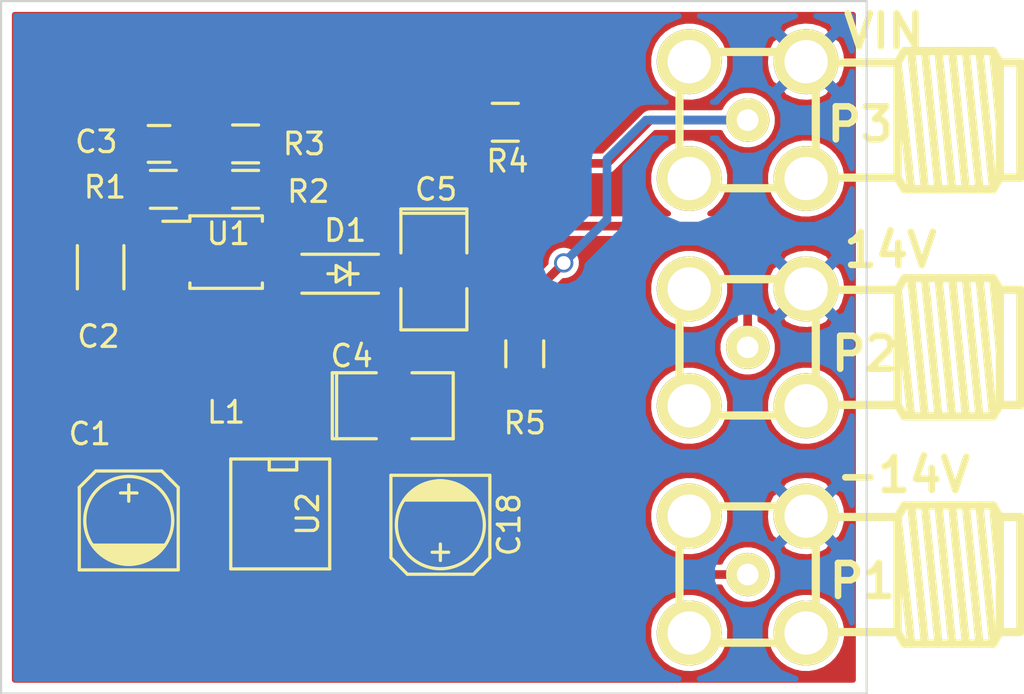
<source format=kicad_pcb>
(kicad_pcb (version 4) (host pcbnew "(2014-11-17 BZR 5289)-product")

  (general
    (links 53)
    (no_connects 0)
    (area 91.8 97.3 198.045441 156.029)
    (thickness 1.6)
    (drawings 4)
    (tracks 65)
    (zones 0)
    (modules 19)
    (nets 12)
  )

  (page A4)
  (layers
    (0 F.Cu signal)
    (31 B.Cu signal hide)
    (32 B.Adhes user)
    (33 F.Adhes user)
    (34 B.Paste user)
    (35 F.Paste user)
    (36 B.SilkS user)
    (37 F.SilkS user)
    (38 B.Mask user)
    (39 F.Mask user)
    (40 Dwgs.User user)
    (41 Cmts.User user)
    (42 Eco1.User user)
    (43 Eco2.User user)
    (44 Edge.Cuts user)
    (45 Margin user)
    (46 B.CrtYd user)
    (47 F.CrtYd user)
    (48 B.Fab user)
    (49 F.Fab user)
  )

  (setup
    (last_trace_width 0.254)
    (trace_clearance 0.254)
    (zone_clearance 0.254)
    (zone_45_only no)
    (trace_min 0.254)
    (segment_width 0.2)
    (edge_width 0.1)
    (via_size 0.889)
    (via_drill 0.635)
    (via_min_size 0.889)
    (via_min_drill 0.508)
    (uvia_size 0.508)
    (uvia_drill 0.127)
    (uvias_allowed no)
    (uvia_min_size 0.508)
    (uvia_min_drill 0.127)
    (pcb_text_width 0.3)
    (pcb_text_size 1.5 1.5)
    (mod_edge_width 0.15)
    (mod_text_size 1 1)
    (mod_text_width 0.15)
    (pad_size 1.45 0.45)
    (pad_drill 0)
    (pad_to_mask_clearance 0)
    (aux_axis_origin 0 0)
    (visible_elements FFFFFF7F)
    (pcbplotparams
      (layerselection 0x010f0_80000001)
      (usegerberextensions false)
      (excludeedgelayer true)
      (linewidth 0.100000)
      (plotframeref false)
      (viasonmask false)
      (mode 1)
      (useauxorigin false)
      (hpglpennumber 1)
      (hpglpenspeed 20)
      (hpglpendiameter 15)
      (hpglpenoverlay 2)
      (psnegative false)
      (psa4output false)
      (plotreference true)
      (plotvalue true)
      (plotinvisibletext false)
      (padsonsilk false)
      (subtractmaskfromsilk false)
      (outputformat 1)
      (mirror false)
      (drillshape 0)
      (scaleselection 1)
      (outputdirectory gerbers/))
  )

  (net 0 "")
  (net 1 "Net-(C1-Pad1)")
  (net 2 "Net-(C1-Pad2)")
  (net 3 +3.3V)
  (net 4 GND)
  (net 5 "Net-(C3-Pad1)")
  (net 6 "Net-(C4-Pad1)")
  (net 7 "Net-(D1-Pad1)")
  (net 8 "Net-(R1-Pad1)")
  (net 9 "Net-(R2-Pad2)")
  (net 10 "Net-(C18-Pad2)")
  (net 11 "Net-(P3-Pad1)")

  (net_class Default "This is the default net class."
    (clearance 0.254)
    (trace_width 0.254)
    (via_dia 0.889)
    (via_drill 0.635)
    (uvia_dia 0.508)
    (uvia_drill 0.127)
    (add_net GND)
    (add_net "Net-(C3-Pad1)")
    (add_net "Net-(R1-Pad1)")
    (add_net "Net-(R2-Pad2)")
  )

  (net_class 0.5 ""
    (clearance 0.19)
    (trace_width 0.4)
    (via_dia 0.889)
    (via_drill 0.635)
    (uvia_dia 0.508)
    (uvia_drill 0.127)
    (add_net +3.3V)
    (add_net "Net-(C1-Pad1)")
    (add_net "Net-(C1-Pad2)")
    (add_net "Net-(C18-Pad2)")
    (add_net "Net-(C4-Pad1)")
    (add_net "Net-(D1-Pad1)")
    (add_net "Net-(P3-Pad1)")
  )

  (module Housings_SSOP:MSOP-8_3x3mm_Pitch0.65mm (layer F.Cu) (tedit 55E2415A) (tstamp 55C7B07E)
    (at 160.9 126.1)
    (descr "8-Lead Plastic Micro Small Outline Package (MS) [MSOP] (see Microchip Packaging Specification 00000049BS.pdf)")
    (tags "SSOP 0.65")
    (path /55C621AD)
    (attr smd)
    (fp_text reference U1 (at 0.1 -0.85) (layer F.SilkS)
      (effects (font (size 1 1) (thickness 0.15)))
    )
    (fp_text value LM3224 (at -18.6 4.1) (layer F.Fab) hide
      (effects (font (size 1 1) (thickness 0.15)))
    )
    (fp_line (start -3.2 -1.85) (end -3.2 1.85) (layer F.CrtYd) (width 0.05))
    (fp_line (start 3.2 -1.85) (end 3.2 1.85) (layer F.CrtYd) (width 0.05))
    (fp_line (start -3.2 -1.85) (end 3.2 -1.85) (layer F.CrtYd) (width 0.05))
    (fp_line (start -3.2 1.85) (end 3.2 1.85) (layer F.CrtYd) (width 0.05))
    (fp_line (start -1.675 -1.675) (end -1.675 -1.425) (layer F.SilkS) (width 0.15))
    (fp_line (start 1.675 -1.675) (end 1.675 -1.425) (layer F.SilkS) (width 0.15))
    (fp_line (start 1.675 1.675) (end 1.675 1.425) (layer F.SilkS) (width 0.15))
    (fp_line (start -1.675 1.675) (end -1.675 1.425) (layer F.SilkS) (width 0.15))
    (fp_line (start -1.675 -1.675) (end 1.675 -1.675) (layer F.SilkS) (width 0.15))
    (fp_line (start -1.675 1.675) (end 1.675 1.675) (layer F.SilkS) (width 0.15))
    (fp_line (start -1.675 -1.425) (end -2.925 -1.425) (layer F.SilkS) (width 0.15))
    (pad 1 smd rect (at -2.2 -0.975) (size 1.45 0.45) (layers F.Cu F.Paste F.Mask)
      (net 8 "Net-(R1-Pad1)") (clearance 0.1))
    (pad 2 smd rect (at -2.2 -0.325) (size 1.45 0.45) (layers F.Cu F.Paste F.Mask)
      (net 9 "Net-(R2-Pad2)") (clearance 0.1))
    (pad 3 smd rect (at -2.2 0.325) (size 1.45 0.45) (layers F.Cu F.Paste F.Mask)
      (net 3 +3.3V) (clearance 0.1))
    (pad 4 smd rect (at -2.2 0.975) (size 1.45 0.45) (layers F.Cu F.Paste F.Mask)
      (net 4 GND) (clearance 0.1))
    (pad 5 smd rect (at 2.2 0.975) (size 1.45 0.45) (layers F.Cu F.Paste F.Mask)
      (net 7 "Net-(D1-Pad1)") (clearance 0.1))
    (pad 6 smd rect (at 2.2 0.325) (size 1.45 0.45) (layers F.Cu F.Paste F.Mask)
      (net 3 +3.3V) (clearance 0.1))
    (pad 7 smd rect (at 2.2 -0.325) (size 1.45 0.45) (layers F.Cu F.Paste F.Mask)
      (net 3 +3.3V) (clearance 0.1))
    (pad 8 smd rect (at 2.2 -0.975) (size 1.45 0.45) (layers F.Cu F.Paste F.Mask)
      (clearance 0.1))
    (model Housings_SSOP.3dshapes/MSOP-8_3x3mm_Pitch0.65mm.wrl
      (at (xyz 0 0 0))
      (scale (xyz 1 1 1))
      (rotate (xyz 0 0 0))
    )
  )

  (module Diodes_SMD:SOD-123 (layer F.Cu) (tedit 55E24138) (tstamp 55C7AFB9)
    (at 166.4 127.1)
    (descr SOD-123)
    (tags SOD-123)
    (path /55C6274A)
    (attr smd)
    (fp_text reference D1 (at 0 -2) (layer F.SilkS)
      (effects (font (size 1 1) (thickness 0.15)))
    )
    (fp_text value MBR0520L (at -3.9 -23.65) (layer F.Fab) hide
      (effects (font (size 1 1) (thickness 0.15)))
    )
    (fp_line (start -0.4175 0) (end -0.7985 0) (layer F.SilkS) (width 0.15))
    (fp_line (start 0.5985 0) (end 0.2175 0) (layer F.SilkS) (width 0.15))
    (fp_line (start 0.2175 0) (end -0.4175 -0.381) (layer F.SilkS) (width 0.15))
    (fp_line (start -0.4175 -0.381) (end -0.4175 0.381) (layer F.SilkS) (width 0.15))
    (fp_line (start -0.4175 0.381) (end 0.2175 0) (layer F.SilkS) (width 0.15))
    (fp_line (start 0.2175 -0.508) (end 0.2175 0.508) (layer F.SilkS) (width 0.15))
    (fp_line (start -2.25 -1.05) (end 2.25 -1.05) (layer F.CrtYd) (width 0.05))
    (fp_line (start 2.25 -1.05) (end 2.25 1.05) (layer F.CrtYd) (width 0.05))
    (fp_line (start 2.25 1.05) (end -2.25 1.05) (layer F.CrtYd) (width 0.05))
    (fp_line (start -2.25 -1.05) (end -2.25 1.05) (layer F.CrtYd) (width 0.05))
    (fp_line (start -2 0.9) (end 1.54 0.9) (layer F.SilkS) (width 0.15))
    (fp_line (start -2 -0.9) (end 1.54 -0.9) (layer F.SilkS) (width 0.15))
    (pad 1 smd rect (at -1.635 0) (size 0.91 1.22) (layers F.Cu F.Paste F.Mask)
      (net 7 "Net-(D1-Pad1)"))
    (pad 2 smd rect (at 1.635 0) (size 0.91 1.22) (layers F.Cu F.Paste F.Mask)
      (net 6 "Net-(C4-Pad1)"))
  )

  (module Resistors_SMD:R_1206 (layer F.Cu) (tedit 55E2415E) (tstamp 55C7AEF3)
    (at 155.1 126.8 270)
    (descr "Resistor SMD 1206, reflow soldering, Vishay (see dcrcw.pdf)")
    (tags "resistor 1206")
    (path /55C6680E)
    (attr smd)
    (fp_text reference C2 (at 3.2 0.1 360) (layer F.SilkS)
      (effects (font (size 1 1) (thickness 0.15)))
    )
    (fp_text value 22uF (at 2.85 13.5 270) (layer F.Fab) hide
      (effects (font (size 1 1) (thickness 0.15)))
    )
    (fp_line (start -2.2 -1.2) (end 2.2 -1.2) (layer F.CrtYd) (width 0.05))
    (fp_line (start -2.2 1.2) (end 2.2 1.2) (layer F.CrtYd) (width 0.05))
    (fp_line (start -2.2 -1.2) (end -2.2 1.2) (layer F.CrtYd) (width 0.05))
    (fp_line (start 2.2 -1.2) (end 2.2 1.2) (layer F.CrtYd) (width 0.05))
    (fp_line (start 1 1.075) (end -1 1.075) (layer F.SilkS) (width 0.15))
    (fp_line (start -1 -1.075) (end 1 -1.075) (layer F.SilkS) (width 0.15))
    (pad 1 smd rect (at -1.45 0 270) (size 0.9 1.7) (layers F.Cu F.Paste F.Mask)
      (net 3 +3.3V))
    (pad 2 smd rect (at 1.45 0 270) (size 0.9 1.7) (layers F.Cu F.Paste F.Mask)
      (net 4 GND))
    (model Resistors_SMD.3dshapes/R_1206.wrl
      (at (xyz 0 0 0))
      (scale (xyz 1 1 1))
      (rotate (xyz 0 0 0))
    )
  )

  (module prw:INDUCTOR (layer F.Cu) (tedit 55E2410B) (tstamp 55C7AFBF)
    (at 161.4 131.5 270)
    (path /55C66F20)
    (fp_text reference L1 (at 2 0.5 360) (layer F.SilkS)
      (effects (font (size 1 1) (thickness 0.15)))
    )
    (fp_text value 15uH (at 23.5 -7.6 270) (layer F.SilkS) hide
      (effects (font (size 1 1) (thickness 0.15)))
    )
    (pad 1 smd rect (at 0 2.54 270) (size 6 1.35) (layers F.Cu F.Paste F.Mask)
      (net 3 +3.3V))
    (pad 2 smd rect (at 0 -1.6 270) (size 6 1.35) (layers F.Cu F.Paste F.Mask)
      (net 7 "Net-(D1-Pad1)"))
  )

  (module Resistors_SMD:R_0805 (layer F.Cu) (tedit 55E2412D) (tstamp 55C7B007)
    (at 158 123.2)
    (descr "Resistor SMD 0805, reflow soldering, Vishay (see dcrcw.pdf)")
    (tags "resistor 0805")
    (path /55C65DC5)
    (attr smd)
    (fp_text reference R1 (at -2.7 -0.1) (layer F.SilkS)
      (effects (font (size 1 1) (thickness 0.15)))
    )
    (fp_text value 40.2K/33k (at -16.2 0.2) (layer F.Fab) hide
      (effects (font (size 1 1) (thickness 0.15)))
    )
    (fp_line (start -1.6 -1) (end 1.6 -1) (layer F.CrtYd) (width 0.05))
    (fp_line (start -1.6 1) (end 1.6 1) (layer F.CrtYd) (width 0.05))
    (fp_line (start -1.6 -1) (end -1.6 1) (layer F.CrtYd) (width 0.05))
    (fp_line (start 1.6 -1) (end 1.6 1) (layer F.CrtYd) (width 0.05))
    (fp_line (start 0.6 0.875) (end -0.6 0.875) (layer F.SilkS) (width 0.15))
    (fp_line (start -0.6 -0.875) (end 0.6 -0.875) (layer F.SilkS) (width 0.15))
    (pad 1 smd rect (at -0.95 0) (size 0.7 1.3) (layers F.Cu F.Paste F.Mask)
      (net 8 "Net-(R1-Pad1)"))
    (pad 2 smd rect (at 0.95 0) (size 0.7 1.3) (layers F.Cu F.Paste F.Mask)
      (net 5 "Net-(C3-Pad1)"))
    (model Resistors_SMD.3dshapes/R_0805.wrl
      (at (xyz 0 0 0))
      (scale (xyz 1 1 1))
      (rotate (xyz 0 0 0))
    )
  )

  (module Resistors_SMD:R_0805 (layer F.Cu) (tedit 55E24143) (tstamp 55C7BE79)
    (at 161.8 123.2 180)
    (descr "Resistor SMD 0805, reflow soldering, Vishay (see dcrcw.pdf)")
    (tags "resistor 0805")
    (path /55C67A7F)
    (attr smd)
    (fp_text reference R2 (at -2.9 -0.1 180) (layer F.SilkS)
      (effects (font (size 1 1) (thickness 0.15)))
    )
    (fp_text value 320K/330K (at 18.85 -0.3 180) (layer F.Fab) hide
      (effects (font (size 1 1) (thickness 0.15)))
    )
    (fp_line (start -1.6 -1) (end 1.6 -1) (layer F.CrtYd) (width 0.05))
    (fp_line (start -1.6 1) (end 1.6 1) (layer F.CrtYd) (width 0.05))
    (fp_line (start -1.6 -1) (end -1.6 1) (layer F.CrtYd) (width 0.05))
    (fp_line (start 1.6 -1) (end 1.6 1) (layer F.CrtYd) (width 0.05))
    (fp_line (start 0.6 0.875) (end -0.6 0.875) (layer F.SilkS) (width 0.15))
    (fp_line (start -0.6 -0.875) (end 0.6 -0.875) (layer F.SilkS) (width 0.15))
    (pad 1 smd rect (at -0.95 0 180) (size 0.7 1.3) (layers F.Cu F.Paste F.Mask)
      (net 6 "Net-(C4-Pad1)"))
    (pad 2 smd rect (at 0.95 0 180) (size 0.7 1.3) (layers F.Cu F.Paste F.Mask)
      (net 9 "Net-(R2-Pad2)"))
    (model Resistors_SMD.3dshapes/R_0805.wrl
      (at (xyz 0 0 0))
      (scale (xyz 1 1 1))
      (rotate (xyz 0 0 0))
    )
  )

  (module Resistors_SMD:R_0805 (layer F.Cu) (tedit 55E24148) (tstamp 55C7B01F)
    (at 161.8 121.1)
    (descr "Resistor SMD 0805, reflow soldering, Vishay (see dcrcw.pdf)")
    (tags "resistor 0805")
    (path /55C67AC0)
    (attr smd)
    (fp_text reference R3 (at 2.7 0) (layer F.SilkS)
      (effects (font (size 1 1) (thickness 0.15)))
    )
    (fp_text value 27.4K/33K (at -18.8 6.1) (layer F.Fab) hide
      (effects (font (size 1 1) (thickness 0.15)))
    )
    (fp_line (start -1.6 -1) (end 1.6 -1) (layer F.CrtYd) (width 0.05))
    (fp_line (start -1.6 1) (end 1.6 1) (layer F.CrtYd) (width 0.05))
    (fp_line (start -1.6 -1) (end -1.6 1) (layer F.CrtYd) (width 0.05))
    (fp_line (start 1.6 -1) (end 1.6 1) (layer F.CrtYd) (width 0.05))
    (fp_line (start 0.6 0.875) (end -0.6 0.875) (layer F.SilkS) (width 0.15))
    (fp_line (start -0.6 -0.875) (end 0.6 -0.875) (layer F.SilkS) (width 0.15))
    (pad 1 smd rect (at -0.95 0) (size 0.7 1.3) (layers F.Cu F.Paste F.Mask)
      (net 9 "Net-(R2-Pad2)"))
    (pad 2 smd rect (at 0.95 0) (size 0.7 1.3) (layers F.Cu F.Paste F.Mask)
      (net 4 GND))
    (model Resistors_SMD.3dshapes/R_0805.wrl
      (at (xyz 0 0 0))
      (scale (xyz 1 1 1))
      (rotate (xyz 0 0 0))
    )
  )

  (module Capacitors_SMD:c_elec_4x4.5 (layer F.Cu) (tedit 55E2416A) (tstamp 55C918C4)
    (at 156.4 138.5 90)
    (descr "SMT capacitor, aluminium electrolytic, 4x4.5")
    (path /55C727F6)
    (attr smd)
    (fp_text reference C1 (at 4 -1.8 180) (layer F.SilkS)
      (effects (font (size 1 1) (thickness 0.15)))
    )
    (fp_text value 100uF/10uF (at -1.5 -15.4 90) (layer F.Fab) hide
      (effects (font (size 1 1) (thickness 0.15)))
    )
    (fp_line (start -3.35 2.65) (end 3.35 2.65) (layer F.CrtYd) (width 0.05))
    (fp_line (start 3.35 -2.65) (end -3.35 -2.65) (layer F.CrtYd) (width 0.05))
    (fp_line (start -3.35 -2.65) (end -3.35 2.65) (layer F.CrtYd) (width 0.05))
    (fp_line (start 3.35 2.65) (end 3.35 -2.65) (layer F.CrtYd) (width 0.05))
    (fp_line (start 1.651 0) (end 0.889 0) (layer F.SilkS) (width 0.15))
    (fp_line (start 1.27 -0.381) (end 1.27 0.381) (layer F.SilkS) (width 0.15))
    (fp_line (start 1.524 2.286) (end -2.286 2.286) (layer F.SilkS) (width 0.15))
    (fp_line (start 2.286 -1.524) (end 2.286 1.524) (layer F.SilkS) (width 0.15))
    (fp_line (start 1.524 2.286) (end 2.286 1.524) (layer F.SilkS) (width 0.15))
    (fp_line (start 1.524 -2.286) (end -2.286 -2.286) (layer F.SilkS) (width 0.15))
    (fp_line (start 1.524 -2.286) (end 2.286 -1.524) (layer F.SilkS) (width 0.15))
    (fp_line (start -2.032 0.127) (end -2.032 -0.127) (layer F.SilkS) (width 0.15))
    (fp_line (start -1.905 -0.635) (end -1.905 0.635) (layer F.SilkS) (width 0.15))
    (fp_line (start -1.778 0.889) (end -1.778 -0.889) (layer F.SilkS) (width 0.15))
    (fp_line (start -1.651 1.143) (end -1.651 -1.143) (layer F.SilkS) (width 0.15))
    (fp_line (start -1.524 -1.27) (end -1.524 1.27) (layer F.SilkS) (width 0.15))
    (fp_line (start -1.397 1.397) (end -1.397 -1.397) (layer F.SilkS) (width 0.15))
    (fp_line (start -1.27 -1.524) (end -1.27 1.524) (layer F.SilkS) (width 0.15))
    (fp_line (start -1.143 -1.651) (end -1.143 1.651) (layer F.SilkS) (width 0.15))
    (fp_line (start -2.286 -2.286) (end -2.286 2.286) (layer F.SilkS) (width 0.15))
    (fp_circle (center 0 0) (end -2.032 0) (layer F.SilkS) (width 0.15))
    (pad 1 smd rect (at 1.80086 0 90) (size 2.60096 1.6002) (layers F.Cu F.Paste F.Mask)
      (net 1 "Net-(C1-Pad1)"))
    (pad 2 smd rect (at -1.80086 0 90) (size 2.60096 1.6002) (layers F.Cu F.Paste F.Mask)
      (net 2 "Net-(C1-Pad2)"))
    (model Capacitors_SMD.3dshapes/c_elec_4x4.5.wrl
      (at (xyz 0 0 0))
      (scale (xyz 1 1 1))
      (rotate (xyz 0 0 0))
    )
  )

  (module SMD_Packages:SOIC-8-N (layer F.Cu) (tedit 55E24182) (tstamp 55C918D6)
    (at 163.4 138.2 270)
    (descr "Module Narrow CMS SOJ 8 pins large")
    (tags "CMS SOJ")
    (path /55C9148C)
    (attr smd)
    (fp_text reference U2 (at 0 -1.27 270) (layer F.SilkS)
      (effects (font (size 1 1) (thickness 0.15)))
    )
    (fp_text value LT1054 (at 3.3 33.9 270) (layer F.Fab) hide
      (effects (font (size 1 1) (thickness 0.15)))
    )
    (fp_line (start -2.54 -2.286) (end 2.54 -2.286) (layer F.SilkS) (width 0.15))
    (fp_line (start 2.54 -2.286) (end 2.54 2.286) (layer F.SilkS) (width 0.15))
    (fp_line (start 2.54 2.286) (end -2.54 2.286) (layer F.SilkS) (width 0.15))
    (fp_line (start -2.54 2.286) (end -2.54 -2.286) (layer F.SilkS) (width 0.15))
    (fp_line (start -2.54 -0.762) (end -2.032 -0.762) (layer F.SilkS) (width 0.15))
    (fp_line (start -2.032 -0.762) (end -2.032 0.508) (layer F.SilkS) (width 0.15))
    (fp_line (start -2.032 0.508) (end -2.54 0.508) (layer F.SilkS) (width 0.15))
    (pad 8 smd rect (at -1.905 -3.175 270) (size 0.508 1.143) (layers F.Cu F.Paste F.Mask)
      (net 6 "Net-(C4-Pad1)"))
    (pad 7 smd rect (at -0.635 -3.175 270) (size 0.508 1.143) (layers F.Cu F.Paste F.Mask))
    (pad 6 smd rect (at 0.635 -3.175 270) (size 0.508 1.143) (layers F.Cu F.Paste F.Mask))
    (pad 5 smd rect (at 1.905 -3.175 270) (size 0.508 1.143) (layers F.Cu F.Paste F.Mask)
      (net 10 "Net-(C18-Pad2)"))
    (pad 4 smd rect (at 1.905 3.175 270) (size 0.508 1.143) (layers F.Cu F.Paste F.Mask)
      (net 2 "Net-(C1-Pad2)"))
    (pad 3 smd rect (at 0.635 3.175 270) (size 0.508 1.143) (layers F.Cu F.Paste F.Mask)
      (net 4 GND))
    (pad 2 smd rect (at -0.635 3.175 270) (size 0.508 1.143) (layers F.Cu F.Paste F.Mask)
      (net 1 "Net-(C1-Pad1)"))
    (pad 1 smd rect (at -1.905 3.175 270) (size 0.508 1.143) (layers F.Cu F.Paste F.Mask))
    (model SMD_Packages.3dshapes/SOIC-8-N.wrl
      (at (xyz 0 0 0))
      (scale (xyz 0.5 0.38 0.5))
      (rotate (xyz 0 0 0))
    )
  )

  (module Capacitors_SMD:C_0805 (layer F.Cu) (tedit 55E2411D) (tstamp 55C91A1C)
    (at 157.8 121.1 180)
    (descr "Capacitor SMD 0805, reflow soldering, AVX (see smccp.pdf)")
    (tags "capacitor 0805")
    (path /55C65E68)
    (attr smd)
    (fp_text reference C3 (at 2.9 0.1 180) (layer F.SilkS)
      (effects (font (size 1 1) (thickness 0.15)))
    )
    (fp_text value 1.5nF/1nF (at 19.3 2.8 180) (layer F.Fab) hide
      (effects (font (size 1 1) (thickness 0.15)))
    )
    (fp_line (start -1.8 -1) (end 1.8 -1) (layer F.CrtYd) (width 0.05))
    (fp_line (start -1.8 1) (end 1.8 1) (layer F.CrtYd) (width 0.05))
    (fp_line (start -1.8 -1) (end -1.8 1) (layer F.CrtYd) (width 0.05))
    (fp_line (start 1.8 -1) (end 1.8 1) (layer F.CrtYd) (width 0.05))
    (fp_line (start 0.5 -0.85) (end -0.5 -0.85) (layer F.SilkS) (width 0.15))
    (fp_line (start -0.5 0.85) (end 0.5 0.85) (layer F.SilkS) (width 0.15))
    (pad 1 smd rect (at -1 0 180) (size 1 1.25) (layers F.Cu F.Paste F.Mask)
      (net 5 "Net-(C3-Pad1)"))
    (pad 2 smd rect (at 1 0 180) (size 1 1.25) (layers F.Cu F.Paste F.Mask)
      (net 4 GND))
    (model Capacitors_SMD.3dshapes/C_0805.wrl
      (at (xyz 0 0 0))
      (scale (xyz 1 1 1))
      (rotate (xyz 0 0 0))
    )
  )

  (module Capacitors_SMD:c_elec_4x4.5 (layer F.Cu) (tedit 55E24165) (tstamp 55C91AB7)
    (at 170.8 138.7 270)
    (descr "SMT capacitor, aluminium electrolytic, 4x4.5")
    (path /55C91E89)
    (attr smd)
    (fp_text reference C18 (at 0 -3.175 270) (layer F.SilkS)
      (effects (font (size 1 1) (thickness 0.15)))
    )
    (fp_text value 100uF/10uF (at 1.8 28.8 270) (layer F.Fab) hide
      (effects (font (size 1 1) (thickness 0.15)))
    )
    (fp_line (start -3.35 2.65) (end 3.35 2.65) (layer F.CrtYd) (width 0.05))
    (fp_line (start 3.35 -2.65) (end -3.35 -2.65) (layer F.CrtYd) (width 0.05))
    (fp_line (start -3.35 -2.65) (end -3.35 2.65) (layer F.CrtYd) (width 0.05))
    (fp_line (start 3.35 2.65) (end 3.35 -2.65) (layer F.CrtYd) (width 0.05))
    (fp_line (start 1.651 0) (end 0.889 0) (layer F.SilkS) (width 0.15))
    (fp_line (start 1.27 -0.381) (end 1.27 0.381) (layer F.SilkS) (width 0.15))
    (fp_line (start 1.524 2.286) (end -2.286 2.286) (layer F.SilkS) (width 0.15))
    (fp_line (start 2.286 -1.524) (end 2.286 1.524) (layer F.SilkS) (width 0.15))
    (fp_line (start 1.524 2.286) (end 2.286 1.524) (layer F.SilkS) (width 0.15))
    (fp_line (start 1.524 -2.286) (end -2.286 -2.286) (layer F.SilkS) (width 0.15))
    (fp_line (start 1.524 -2.286) (end 2.286 -1.524) (layer F.SilkS) (width 0.15))
    (fp_line (start -2.032 0.127) (end -2.032 -0.127) (layer F.SilkS) (width 0.15))
    (fp_line (start -1.905 -0.635) (end -1.905 0.635) (layer F.SilkS) (width 0.15))
    (fp_line (start -1.778 0.889) (end -1.778 -0.889) (layer F.SilkS) (width 0.15))
    (fp_line (start -1.651 1.143) (end -1.651 -1.143) (layer F.SilkS) (width 0.15))
    (fp_line (start -1.524 -1.27) (end -1.524 1.27) (layer F.SilkS) (width 0.15))
    (fp_line (start -1.397 1.397) (end -1.397 -1.397) (layer F.SilkS) (width 0.15))
    (fp_line (start -1.27 -1.524) (end -1.27 1.524) (layer F.SilkS) (width 0.15))
    (fp_line (start -1.143 -1.651) (end -1.143 1.651) (layer F.SilkS) (width 0.15))
    (fp_line (start -2.286 -2.286) (end -2.286 2.286) (layer F.SilkS) (width 0.15))
    (fp_circle (center 0 0) (end -2.032 0) (layer F.SilkS) (width 0.15))
    (pad 1 smd rect (at 1.80086 0 270) (size 2.60096 1.6002) (layers F.Cu F.Paste F.Mask)
      (net 4 GND))
    (pad 2 smd rect (at -1.80086 0 270) (size 2.60096 1.6002) (layers F.Cu F.Paste F.Mask)
      (net 10 "Net-(C18-Pad2)"))
    (model Capacitors_SMD.3dshapes/c_elec_4x4.5.wrl
      (at (xyz 0 0 0))
      (scale (xyz 1 1 1))
      (rotate (xyz 0 0 0))
    )
  )

  (module prw:SMD-1210_Pol (layer F.Cu) (tedit 55E2417D) (tstamp 55E0CE7C)
    (at 168.6 133.2)
    (tags "CMS SM")
    (path /55C7F999)
    (attr smd)
    (fp_text reference C4 (at -1.9 -2.3) (layer F.SilkS)
      (effects (font (size 1 1) (thickness 0.15)))
    )
    (fp_text value 2uF (at -37.1 1.8) (layer F.Fab) hide
      (effects (font (size 1 1) (thickness 0.15)))
    )
    (fp_line (start -2.794 -1.524) (end -2.794 1.524) (layer F.SilkS) (width 0.15))
    (fp_line (start 0.889 1.524) (end 2.794 1.524) (layer F.SilkS) (width 0.15))
    (fp_line (start 2.794 1.524) (end 2.794 -1.524) (layer F.SilkS) (width 0.15))
    (fp_line (start 2.794 -1.524) (end 0.889 -1.524) (layer F.SilkS) (width 0.15))
    (fp_line (start -0.762 -1.524) (end -2.794 -1.524) (layer F.SilkS) (width 0.15))
    (fp_line (start -2.594 -1.524) (end -2.594 1.524) (layer F.SilkS) (width 0.15))
    (fp_line (start -2.794 1.524) (end -0.762 1.524) (layer F.SilkS) (width 0.15))
    (pad 1 smd rect (at -2 0) (size 2 2.794) (layers F.Cu F.Paste F.Mask)
      (net 6 "Net-(C4-Pad1)"))
    (pad 2 smd rect (at 2 0) (size 2 2.794) (layers F.Cu F.Paste F.Mask)
      (net 4 GND))
    (model SMD_Packages.3dshapes/SMD-1210_Pol.wrl
      (at (xyz 0 0 0))
      (scale (xyz 0.2 0.2 0.2))
      (rotate (xyz 0 0 0))
    )
  )

  (module prw:SMD-1210_Pol (layer F.Cu) (tedit 55E24173) (tstamp 55E0CE81)
    (at 170.5 126.9 270)
    (tags "CMS SM")
    (path /55C68F62)
    (attr smd)
    (fp_text reference C5 (at -3.7 -0.1 360) (layer F.SilkS)
      (effects (font (size 1 1) (thickness 0.15)))
    )
    (fp_text value 22uF (at 9.1 29 270) (layer F.Fab) hide
      (effects (font (size 1 1) (thickness 0.15)))
    )
    (fp_line (start -2.794 -1.524) (end -2.794 1.524) (layer F.SilkS) (width 0.15))
    (fp_line (start 0.889 1.524) (end 2.794 1.524) (layer F.SilkS) (width 0.15))
    (fp_line (start 2.794 1.524) (end 2.794 -1.524) (layer F.SilkS) (width 0.15))
    (fp_line (start 2.794 -1.524) (end 0.889 -1.524) (layer F.SilkS) (width 0.15))
    (fp_line (start -0.762 -1.524) (end -2.794 -1.524) (layer F.SilkS) (width 0.15))
    (fp_line (start -2.594 -1.524) (end -2.594 1.524) (layer F.SilkS) (width 0.15))
    (fp_line (start -2.794 1.524) (end -0.762 1.524) (layer F.SilkS) (width 0.15))
    (pad 1 smd rect (at -2 0 270) (size 2 2.794) (layers F.Cu F.Paste F.Mask)
      (net 6 "Net-(C4-Pad1)"))
    (pad 2 smd rect (at 2 0 270) (size 2 2.794) (layers F.Cu F.Paste F.Mask)
      (net 4 GND))
    (model SMD_Packages.3dshapes/SMD-1210_Pol.wrl
      (at (xyz 0 0 0))
      (scale (xyz 0.2 0.2 0.2))
      (rotate (xyz 0 0 0))
    )
  )

  (module prw:SMA (layer F.Cu) (tedit 55E23A81) (tstamp 55E23331)
    (at 185 141 270)
    (tags "SMA Connector")
    (path /55E25992)
    (fp_text reference P1 (at 0.3 -5.3 360) (layer F.SilkS)
      (effects (font (thickness 0.3048)))
    )
    (fp_text value -14V (at -4.6 -7.2 360) (layer F.SilkS)
      (effects (font (thickness 0.3048)))
    )
    (fp_line (start 2.65938 -11.65606) (end 2.65938 -12.60094) (layer F.SilkS) (width 0.381))
    (fp_line (start -2.65938 -11.65606) (end -2.65938 -12.60094) (layer F.SilkS) (width 0.381))
    (fp_line (start -2.65938 -3.1496) (end -2.65938 -6.92912) (layer F.SilkS) (width 0.381))
    (fp_line (start 2.65938 -3.1496) (end 2.65938 -6.92912) (layer F.SilkS) (width 0.381))
    (fp_line (start -3.19278 -11.3411) (end 0.2667 -11.65606) (layer F.SilkS) (width 0.381))
    (fp_line (start 3.19278 -7.55904) (end -2.65938 -6.92912) (layer F.SilkS) (width 0.381))
    (fp_line (start -3.19278 -7.55904) (end 3.19278 -8.18896) (layer F.SilkS) (width 0.381))
    (fp_line (start -3.19278 -8.18896) (end 3.19278 -8.81888) (layer F.SilkS) (width 0.381))
    (fp_line (start -3.19278 -8.81888) (end 3.19278 -9.4488) (layer F.SilkS) (width 0.381))
    (fp_line (start -3.19278 -9.4488) (end 3.19278 -10.08126) (layer F.SilkS) (width 0.381))
    (fp_line (start -3.19278 -10.08126) (end 3.19278 -10.71118) (layer F.SilkS) (width 0.381))
    (fp_line (start -3.19278 -10.71118) (end 3.19278 -11.3411) (layer F.SilkS) (width 0.381))
    (fp_line (start -3.19278 -11.3411) (end -2.65938 -11.65606) (layer F.SilkS) (width 0.381))
    (fp_line (start -2.65938 -11.65606) (end 2.65938 -11.65606) (layer F.SilkS) (width 0.381))
    (fp_line (start 2.65938 -11.65606) (end 3.19278 -11.3411) (layer F.SilkS) (width 0.381))
    (fp_line (start 3.19278 -11.3411) (end 3.19278 -7.24408) (layer F.SilkS) (width 0.381))
    (fp_line (start 3.19278 -7.24408) (end 2.65938 -6.92912) (layer F.SilkS) (width 0.381))
    (fp_line (start 2.65938 -6.92912) (end -2.65938 -6.92912) (layer F.SilkS) (width 0.381))
    (fp_line (start -2.65938 -6.92912) (end -3.19278 -7.24408) (layer F.SilkS) (width 0.381))
    (fp_line (start -3.19278 -7.24408) (end -3.19278 -11.3411) (layer F.SilkS) (width 0.381))
    (fp_line (start 2.65938 -12.60094) (end -2.65938 -12.60094) (layer F.SilkS) (width 0.381))
    (fp_line (start -3.1496 -3.1496) (end 3.1496 -3.1496) (layer F.SilkS) (width 0.381))
    (fp_line (start 3.1496 -3.1496) (end 3.1496 3.1496) (layer F.SilkS) (width 0.381))
    (fp_line (start 3.1496 3.1496) (end -3.1496 3.1496) (layer F.SilkS) (width 0.381))
    (fp_line (start -3.1496 3.1496) (end -3.1496 -3.1496) (layer F.SilkS) (width 0.381))
    (pad 1 thru_hole circle (at 0 0 270) (size 1.99898 1.99898) (drill 1.00076) (layers *.Cu *.Mask F.SilkS)
      (net 10 "Net-(C18-Pad2)"))
    (pad 3 thru_hole circle (at 2.70002 -2.70002 270) (size 3 3) (drill 2) (layers *.Cu *.Mask F.SilkS))
    (pad 2 thru_hole circle (at -2.70002 -2.70002 270) (size 3 3) (drill 2) (layers *.Cu *.Mask F.SilkS)
      (net 4 GND))
    (pad 5 thru_hole circle (at -2.70002 2.70002 270) (size 3 3) (drill 2) (layers *.Cu *.Mask F.SilkS))
    (pad 4 thru_hole circle (at 2.70002 2.70002 270) (size 3 3) (drill 2) (layers *.Cu *.Mask F.SilkS))
    (model connectors/sma.wrl
      (at (xyz 0 0 0))
      (scale (xyz 0.39 0.39 0.39))
      (rotate (xyz -90 0 -90))
    )
  )

  (module prw:SMA (layer F.Cu) (tedit 55E23A7A) (tstamp 55E23339)
    (at 185 130.5 270)
    (tags "SMA Connector")
    (path /55E2586D)
    (fp_text reference P2 (at 0.3 -5.4 360) (layer F.SilkS)
      (effects (font (thickness 0.3048)))
    )
    (fp_text value 14V (at -4.5 -6.6 360) (layer F.SilkS)
      (effects (font (thickness 0.3048)))
    )
    (fp_line (start 2.65938 -11.65606) (end 2.65938 -12.60094) (layer F.SilkS) (width 0.381))
    (fp_line (start -2.65938 -11.65606) (end -2.65938 -12.60094) (layer F.SilkS) (width 0.381))
    (fp_line (start -2.65938 -3.1496) (end -2.65938 -6.92912) (layer F.SilkS) (width 0.381))
    (fp_line (start 2.65938 -3.1496) (end 2.65938 -6.92912) (layer F.SilkS) (width 0.381))
    (fp_line (start -3.19278 -11.3411) (end 0.2667 -11.65606) (layer F.SilkS) (width 0.381))
    (fp_line (start 3.19278 -7.55904) (end -2.65938 -6.92912) (layer F.SilkS) (width 0.381))
    (fp_line (start -3.19278 -7.55904) (end 3.19278 -8.18896) (layer F.SilkS) (width 0.381))
    (fp_line (start -3.19278 -8.18896) (end 3.19278 -8.81888) (layer F.SilkS) (width 0.381))
    (fp_line (start -3.19278 -8.81888) (end 3.19278 -9.4488) (layer F.SilkS) (width 0.381))
    (fp_line (start -3.19278 -9.4488) (end 3.19278 -10.08126) (layer F.SilkS) (width 0.381))
    (fp_line (start -3.19278 -10.08126) (end 3.19278 -10.71118) (layer F.SilkS) (width 0.381))
    (fp_line (start -3.19278 -10.71118) (end 3.19278 -11.3411) (layer F.SilkS) (width 0.381))
    (fp_line (start -3.19278 -11.3411) (end -2.65938 -11.65606) (layer F.SilkS) (width 0.381))
    (fp_line (start -2.65938 -11.65606) (end 2.65938 -11.65606) (layer F.SilkS) (width 0.381))
    (fp_line (start 2.65938 -11.65606) (end 3.19278 -11.3411) (layer F.SilkS) (width 0.381))
    (fp_line (start 3.19278 -11.3411) (end 3.19278 -7.24408) (layer F.SilkS) (width 0.381))
    (fp_line (start 3.19278 -7.24408) (end 2.65938 -6.92912) (layer F.SilkS) (width 0.381))
    (fp_line (start 2.65938 -6.92912) (end -2.65938 -6.92912) (layer F.SilkS) (width 0.381))
    (fp_line (start -2.65938 -6.92912) (end -3.19278 -7.24408) (layer F.SilkS) (width 0.381))
    (fp_line (start -3.19278 -7.24408) (end -3.19278 -11.3411) (layer F.SilkS) (width 0.381))
    (fp_line (start 2.65938 -12.60094) (end -2.65938 -12.60094) (layer F.SilkS) (width 0.381))
    (fp_line (start -3.1496 -3.1496) (end 3.1496 -3.1496) (layer F.SilkS) (width 0.381))
    (fp_line (start 3.1496 -3.1496) (end 3.1496 3.1496) (layer F.SilkS) (width 0.381))
    (fp_line (start 3.1496 3.1496) (end -3.1496 3.1496) (layer F.SilkS) (width 0.381))
    (fp_line (start -3.1496 3.1496) (end -3.1496 -3.1496) (layer F.SilkS) (width 0.381))
    (pad 1 thru_hole circle (at 0 0 270) (size 1.99898 1.99898) (drill 1.00076) (layers *.Cu *.Mask F.SilkS)
      (net 6 "Net-(C4-Pad1)"))
    (pad 3 thru_hole circle (at 2.70002 -2.70002 270) (size 3 3) (drill 2) (layers *.Cu *.Mask F.SilkS))
    (pad 2 thru_hole circle (at -2.70002 -2.70002 270) (size 3 3) (drill 2) (layers *.Cu *.Mask F.SilkS)
      (net 4 GND))
    (pad 5 thru_hole circle (at -2.70002 2.70002 270) (size 3 3) (drill 2) (layers *.Cu *.Mask F.SilkS))
    (pad 4 thru_hole circle (at 2.70002 2.70002 270) (size 3 3) (drill 2) (layers *.Cu *.Mask F.SilkS))
    (model connectors/sma.wrl
      (at (xyz 0 0 0))
      (scale (xyz 0.39 0.39 0.39))
      (rotate (xyz -90 0 -90))
    )
  )

  (module prw:SMA (layer F.Cu) (tedit 55E23A71) (tstamp 55E23349)
    (at 185 120 270)
    (tags "SMA Connector")
    (path /55E258ED)
    (fp_text reference P3 (at 0.2 -5.2 360) (layer F.SilkS)
      (effects (font (thickness 0.3048)))
    )
    (fp_text value VIN (at -4.1 -6.3 360) (layer F.SilkS)
      (effects (font (thickness 0.3048)))
    )
    (fp_line (start 2.65938 -11.65606) (end 2.65938 -12.60094) (layer F.SilkS) (width 0.381))
    (fp_line (start -2.65938 -11.65606) (end -2.65938 -12.60094) (layer F.SilkS) (width 0.381))
    (fp_line (start -2.65938 -3.1496) (end -2.65938 -6.92912) (layer F.SilkS) (width 0.381))
    (fp_line (start 2.65938 -3.1496) (end 2.65938 -6.92912) (layer F.SilkS) (width 0.381))
    (fp_line (start -3.19278 -11.3411) (end 0.2667 -11.65606) (layer F.SilkS) (width 0.381))
    (fp_line (start 3.19278 -7.55904) (end -2.65938 -6.92912) (layer F.SilkS) (width 0.381))
    (fp_line (start -3.19278 -7.55904) (end 3.19278 -8.18896) (layer F.SilkS) (width 0.381))
    (fp_line (start -3.19278 -8.18896) (end 3.19278 -8.81888) (layer F.SilkS) (width 0.381))
    (fp_line (start -3.19278 -8.81888) (end 3.19278 -9.4488) (layer F.SilkS) (width 0.381))
    (fp_line (start -3.19278 -9.4488) (end 3.19278 -10.08126) (layer F.SilkS) (width 0.381))
    (fp_line (start -3.19278 -10.08126) (end 3.19278 -10.71118) (layer F.SilkS) (width 0.381))
    (fp_line (start -3.19278 -10.71118) (end 3.19278 -11.3411) (layer F.SilkS) (width 0.381))
    (fp_line (start -3.19278 -11.3411) (end -2.65938 -11.65606) (layer F.SilkS) (width 0.381))
    (fp_line (start -2.65938 -11.65606) (end 2.65938 -11.65606) (layer F.SilkS) (width 0.381))
    (fp_line (start 2.65938 -11.65606) (end 3.19278 -11.3411) (layer F.SilkS) (width 0.381))
    (fp_line (start 3.19278 -11.3411) (end 3.19278 -7.24408) (layer F.SilkS) (width 0.381))
    (fp_line (start 3.19278 -7.24408) (end 2.65938 -6.92912) (layer F.SilkS) (width 0.381))
    (fp_line (start 2.65938 -6.92912) (end -2.65938 -6.92912) (layer F.SilkS) (width 0.381))
    (fp_line (start -2.65938 -6.92912) (end -3.19278 -7.24408) (layer F.SilkS) (width 0.381))
    (fp_line (start -3.19278 -7.24408) (end -3.19278 -11.3411) (layer F.SilkS) (width 0.381))
    (fp_line (start 2.65938 -12.60094) (end -2.65938 -12.60094) (layer F.SilkS) (width 0.381))
    (fp_line (start -3.1496 -3.1496) (end 3.1496 -3.1496) (layer F.SilkS) (width 0.381))
    (fp_line (start 3.1496 -3.1496) (end 3.1496 3.1496) (layer F.SilkS) (width 0.381))
    (fp_line (start 3.1496 3.1496) (end -3.1496 3.1496) (layer F.SilkS) (width 0.381))
    (fp_line (start -3.1496 3.1496) (end -3.1496 -3.1496) (layer F.SilkS) (width 0.381))
    (pad 1 thru_hole circle (at 0 0 270) (size 1.99898 1.99898) (drill 1.00076) (layers *.Cu *.Mask F.SilkS)
      (net 11 "Net-(P3-Pad1)"))
    (pad 3 thru_hole circle (at 2.70002 -2.70002 270) (size 3 3) (drill 2) (layers *.Cu *.Mask F.SilkS))
    (pad 2 thru_hole circle (at -2.70002 -2.70002 270) (size 3 3) (drill 2) (layers *.Cu *.Mask F.SilkS)
      (net 4 GND))
    (pad 5 thru_hole circle (at -2.70002 2.70002 270) (size 3 3) (drill 2) (layers *.Cu *.Mask F.SilkS))
    (pad 4 thru_hole circle (at 2.70002 2.70002 270) (size 3 3) (drill 2) (layers *.Cu *.Mask F.SilkS))
    (model connectors/sma.wrl
      (at (xyz 0 0 0))
      (scale (xyz 0.39 0.39 0.39))
      (rotate (xyz -90 0 -90))
    )
  )

  (module prw:25x25shield (layer F.Cu) (tedit 55E24127) (tstamp 55E23361)
    (at 165 130.5)
    (path /55E28ADC)
    (fp_text reference P4 (at -1 22) (layer F.SilkS) hide
      (effects (font (size 1.5 1.5) (thickness 0.15)))
    )
    (fp_text value CONN_01X01 (at -23.6 -10.4) (layer F.SilkS) hide
      (effects (font (size 1.5 1.5) (thickness 0.15)))
    )
    (pad 1 smd rect (at -11.43 12.7) (size 3.3 1) (layers F.Cu F.Paste F.Mask)
      (net 4 GND))
    (pad 1 smd rect (at 11.43 12.7) (size 3.3 1) (layers F.Cu F.Paste F.Mask)
      (net 4 GND))
    (pad 1 smd rect (at 11.43 -12.7) (size 3.3 1) (layers F.Cu F.Paste F.Mask)
      (net 4 GND))
    (pad 1 smd rect (at -11.43 -12.7) (size 3.3 1) (layers F.Cu F.Paste F.Mask)
      (net 4 GND))
    (pad 1 smd rect (at 12.7 -11.43) (size 1 3.3) (layers F.Cu F.Paste F.Mask)
      (net 4 GND))
    (pad 1 smd rect (at 12.7 11.43) (size 1 3.3) (layers F.Cu F.Paste F.Mask)
      (net 4 GND))
    (pad 1 smd rect (at -12.7 11.43) (size 1 3.3) (layers F.Cu F.Paste F.Mask)
      (net 4 GND))
    (pad 1 smd rect (at -12.7 -11.43) (size 1 3.3) (layers F.Cu F.Paste F.Mask)
      (net 4 GND))
    (pad 1 smd rect (at -12.7 0) (size 1 5.1) (layers F.Cu F.Paste F.Mask)
      (net 4 GND))
    (pad 1 smd rect (at 12.7 0) (size 1 5.1) (layers F.Cu F.Paste F.Mask)
      (net 4 GND))
    (pad 1 smd rect (at 0 -12.7) (size 5.1 1) (layers F.Cu F.Paste F.Mask)
      (net 4 GND))
    (pad 1 smd rect (at 0 12.7) (size 5.1 1) (layers F.Cu F.Paste F.Mask)
      (net 4 GND))
    (pad 1 smd rect (at 12.7 -11.43) (size 1 2.6) (layers F.Cu F.Paste F.Mask)
      (net 4 GND))
    (pad 1 smd rect (at 12.7 11.43) (size 1 2.6) (layers F.Cu F.Paste F.Mask)
      (net 4 GND))
    (pad 1 smd rect (at -12.7 6.35) (size 1 2.6) (layers F.Cu F.Paste F.Mask)
      (net 4 GND))
    (pad 1 smd rect (at -12.7 -6.35) (size 1 2.6) (layers F.Cu F.Paste F.Mask)
      (net 4 GND))
    (pad 1 smd rect (at -6.35 12.7) (size 2.6 1) (layers F.Cu F.Paste F.Mask)
      (net 4 GND))
    (pad 1 smd rect (at -6.35 -12.7) (size 2.6 1) (layers F.Cu F.Paste F.Mask)
      (net 4 GND))
    (pad 1 smd rect (at 6.35 -12.7) (size 2.6 1) (layers F.Cu F.Paste F.Mask)
      (net 4 GND))
    (pad 1 smd rect (at 6.35 12.7) (size 2.6 1) (layers F.Cu F.Paste F.Mask)
      (net 4 GND))
  )

  (module Resistors_SMD:R_0805_HandSoldering (layer F.Cu) (tedit 55E2413D) (tstamp 55E235C2)
    (at 173.8 120.1)
    (descr "Resistor SMD 0805, hand soldering")
    (tags "resistor 0805")
    (path /55E299DD)
    (attr smd)
    (fp_text reference R4 (at 0.1 1.8) (layer F.SilkS)
      (effects (font (size 1 1) (thickness 0.15)))
    )
    (fp_text value R (at -29.8 -3.1) (layer F.Fab) hide
      (effects (font (size 1 1) (thickness 0.15)))
    )
    (fp_line (start -2.4 -1) (end 2.4 -1) (layer F.CrtYd) (width 0.05))
    (fp_line (start -2.4 1) (end 2.4 1) (layer F.CrtYd) (width 0.05))
    (fp_line (start -2.4 -1) (end -2.4 1) (layer F.CrtYd) (width 0.05))
    (fp_line (start 2.4 -1) (end 2.4 1) (layer F.CrtYd) (width 0.05))
    (fp_line (start 0.6 0.875) (end -0.6 0.875) (layer F.SilkS) (width 0.15))
    (fp_line (start -0.6 -0.875) (end 0.6 -0.875) (layer F.SilkS) (width 0.15))
    (pad 1 smd rect (at -1.35 0) (size 1.5 1.3) (layers F.Cu F.Paste F.Mask)
      (net 3 +3.3V))
    (pad 2 smd rect (at 1.35 0) (size 1.5 1.3) (layers F.Cu F.Paste F.Mask)
      (net 11 "Net-(P3-Pad1)"))
    (model Resistors_SMD.3dshapes/R_0805_HandSoldering.wrl
      (at (xyz 0 0 0))
      (scale (xyz 1 1 1))
      (rotate (xyz 0 0 0))
    )
  )

  (module Resistors_SMD:R_0805_HandSoldering (layer F.Cu) (tedit 55E24178) (tstamp 55E235C8)
    (at 174.7 130.8 90)
    (descr "Resistor SMD 0805, hand soldering")
    (tags "resistor 0805")
    (path /55E29A29)
    (attr smd)
    (fp_text reference R5 (at -3.2 0 180) (layer F.SilkS)
      (effects (font (size 1 1) (thickness 0.15)))
    )
    (fp_text value R (at -4.2 -35.2 90) (layer F.Fab) hide
      (effects (font (size 1 1) (thickness 0.15)))
    )
    (fp_line (start -2.4 -1) (end 2.4 -1) (layer F.CrtYd) (width 0.05))
    (fp_line (start -2.4 1) (end 2.4 1) (layer F.CrtYd) (width 0.05))
    (fp_line (start -2.4 -1) (end -2.4 1) (layer F.CrtYd) (width 0.05))
    (fp_line (start 2.4 -1) (end 2.4 1) (layer F.CrtYd) (width 0.05))
    (fp_line (start 0.6 0.875) (end -0.6 0.875) (layer F.SilkS) (width 0.15))
    (fp_line (start -0.6 -0.875) (end 0.6 -0.875) (layer F.SilkS) (width 0.15))
    (pad 1 smd rect (at -1.35 0 90) (size 1.5 1.3) (layers F.Cu F.Paste F.Mask)
      (net 6 "Net-(C4-Pad1)"))
    (pad 2 smd rect (at 1.35 0 90) (size 1.5 1.3) (layers F.Cu F.Paste F.Mask)
      (net 11 "Net-(P3-Pad1)"))
    (model Resistors_SMD.3dshapes/R_0805_HandSoldering.wrl
      (at (xyz 0 0 0))
      (scale (xyz 1 1 1))
      (rotate (xyz 0 0 0))
    )
  )

  (gr_line (start 190.5 146.5) (end 190.5 114.5) (angle 90) (layer Edge.Cuts) (width 0.1))
  (gr_line (start 150.5 146.5) (end 190.5 146.5) (angle 90) (layer Edge.Cuts) (width 0.1))
  (gr_line (start 150.5 114.5) (end 150.5 146.5) (angle 90) (layer Edge.Cuts) (width 0.1))
  (gr_line (start 190.5 114.5) (end 150.5 114.5) (angle 90) (layer Edge.Cuts) (width 0.1))

  (segment (start 160.225 137.565) (end 157.26586 137.565) (width 0.4) (layer F.Cu) (net 1))
  (segment (start 157.26586 137.565) (end 156.4 136.69914) (width 0.4) (layer F.Cu) (net 1) (tstamp 55E23B57))
  (segment (start 160.225 140.105) (end 156.59586 140.105) (width 0.4) (layer F.Cu) (net 2))
  (segment (start 156.59586 140.105) (end 156.4 140.30086) (width 0.4) (layer F.Cu) (net 2) (tstamp 55E23B53))
  (segment (start 160.225 140.105) (end 160.02914 140.30086) (width 0.254) (layer F.Cu) (net 2))
  (segment (start 156.4 140.30086) (end 156.59586 140.105) (width 0.254) (layer F.Cu) (net 2))
  (segment (start 158.86 131.5) (end 158.86 129.46) (width 0.4) (layer F.Cu) (net 3) (status 30))
  (segment (start 158.86 129.46) (end 157.1 127.7) (width 0.4) (layer F.Cu) (net 3) (tstamp 55E23A1A) (status 10))
  (segment (start 157.1 127.7) (end 157.1 126.425) (width 0.4) (layer F.Cu) (net 3) (tstamp 55E23A1C))
  (segment (start 158.7 126.425) (end 162.45 126.425) (width 0.4) (layer F.Cu) (net 3))
  (segment (start 162.45 126.425) (end 163.1 125.775) (width 0.4) (layer F.Cu) (net 3) (tstamp 55E23A14))
  (segment (start 163.1 125.775) (end 163.1 126.425) (width 0.4) (layer F.Cu) (net 3))
  (segment (start 158.7 126.425) (end 157.1 126.425) (width 0.4) (layer F.Cu) (net 3))
  (segment (start 157.1 126.425) (end 156.175 126.425) (width 0.4) (layer F.Cu) (net 3) (tstamp 55E23A1F))
  (segment (start 156.175 126.425) (end 155.1 125.35) (width 0.4) (layer F.Cu) (net 3) (tstamp 55E23A08))
  (segment (start 172.45 120.1) (end 166.1 120.1) (width 0.5) (layer F.Cu) (net 3))
  (segment (start 155.1 120.1) (end 155.1 125.35) (width 0.5) (layer F.Cu) (net 3) (tstamp 55E237BD) (status 20))
  (segment (start 156 119.2) (end 155.1 120.1) (width 0.5) (layer F.Cu) (net 3) (tstamp 55E237BC))
  (segment (start 165.2 119.2) (end 156 119.2) (width 0.5) (layer F.Cu) (net 3) (tstamp 55E237BB))
  (segment (start 166.1 120.1) (end 165.2 119.2) (width 0.5) (layer F.Cu) (net 3) (tstamp 55E237BA))
  (segment (start 158.95 123.2) (end 158.95 121.25) (width 0.254) (layer F.Cu) (net 5) (status 20))
  (segment (start 158.95 121.25) (end 158.8 121.1) (width 0.254) (layer F.Cu) (net 5) (tstamp 55E237D8) (status 30))
  (segment (start 170.5 124.9) (end 168.8 123.2) (width 0.4) (layer F.Cu) (net 6))
  (segment (start 168.8 123.2) (end 162.75 123.2) (width 0.4) (layer F.Cu) (net 6) (tstamp 55E24020))
  (segment (start 168.035 127.1) (end 167.6 127.535) (width 0.4) (layer F.Cu) (net 6))
  (segment (start 167.6 127.535) (end 167.6 130.8) (width 0.4) (layer F.Cu) (net 6) (tstamp 55E23F67))
  (segment (start 174.7 132.15) (end 173.45 132.15) (width 0.4) (layer F.Cu) (net 6))
  (segment (start 166.6 131.8) (end 166.6 133.2) (width 0.4) (layer F.Cu) (net 6) (tstamp 55E23A40))
  (segment (start 167.6 130.8) (end 166.6 131.8) (width 0.4) (layer F.Cu) (net 6) (tstamp 55E23A3F))
  (segment (start 172.1 130.8) (end 167.6 130.8) (width 0.4) (layer F.Cu) (net 6) (tstamp 55E23A3E))
  (segment (start 173.45 132.15) (end 172.1 130.8) (width 0.4) (layer F.Cu) (net 6) (tstamp 55E23A3D))
  (segment (start 166.575 136.295) (end 166.575 133.225) (width 0.4) (layer F.Cu) (net 6))
  (segment (start 166.575 133.225) (end 166.6 133.2) (width 0.4) (layer F.Cu) (net 6) (tstamp 55E23A3A))
  (segment (start 185 130.5) (end 185 125.5) (width 0.4) (layer F.Cu) (net 6) (status 10))
  (segment (start 184.4 124.9) (end 170.5 124.9) (width 0.4) (layer F.Cu) (net 6) (tstamp 55E2388D))
  (segment (start 185 125.5) (end 184.4 124.9) (width 0.4) (layer F.Cu) (net 6) (tstamp 55E2388C))
  (segment (start 170.5 124.9) (end 170.8 124.6) (width 0.4) (layer F.Cu) (net 6))
  (segment (start 168.035 127.1) (end 170.235 124.9) (width 0.4) (layer F.Cu) (net 6))
  (segment (start 170.235 124.9) (end 170.5 124.9) (width 0.4) (layer F.Cu) (net 6) (tstamp 55E23811))
  (segment (start 163.1 127.075) (end 163.1 131.4) (width 0.4) (layer F.Cu) (net 7) (status 20))
  (segment (start 163.1 131.4) (end 163 131.5) (width 0.4) (layer F.Cu) (net 7) (tstamp 55E23A17) (status 30))
  (segment (start 164.765 127.1) (end 163.125 127.1) (width 0.4) (layer F.Cu) (net 7))
  (segment (start 163.125 127.1) (end 163.1 127.075) (width 0.4) (layer F.Cu) (net 7) (tstamp 55E23910))
  (segment (start 157.05 123.2) (end 157.05 123.675) (width 0.254) (layer F.Cu) (net 8) (status 30))
  (segment (start 157.05 123.675) (end 158.7 125.125) (width 0.254) (layer F.Cu) (net 8) (tstamp 55E237D5) (status 10))
  (segment (start 160.85 123.2) (end 160.85 125.05) (width 0.254) (layer F.Cu) (net 9) (status 10))
  (segment (start 160.125 125.775) (end 158.7 125.775) (width 0.254) (layer F.Cu) (net 9) (tstamp 55E237F8) (status 20))
  (segment (start 160.85 125.05) (end 160.125 125.775) (width 0.254) (layer F.Cu) (net 9) (tstamp 55E237F7))
  (segment (start 160.85 121.1) (end 160.85 123.2) (width 0.254) (layer F.Cu) (net 9) (status 10))
  (segment (start 170.8 136.89914) (end 167.59414 140.105) (width 0.4) (layer F.Cu) (net 10))
  (segment (start 167.59414 140.105) (end 166.575 140.105) (width 0.4) (layer F.Cu) (net 10) (tstamp 55E23B2A))
  (segment (start 185 141) (end 181.1 141) (width 0.4) (layer F.Cu) (net 10))
  (segment (start 176.99914 136.89914) (end 170.8 136.89914) (width 0.4) (layer F.Cu) (net 10) (tstamp 55E23B25))
  (segment (start 181.1 141) (end 176.99914 136.89914) (width 0.4) (layer F.Cu) (net 10) (tstamp 55E23B23))
  (segment (start 175.15 120.1) (end 177.05 122) (width 0.4) (layer F.Cu) (net 11))
  (segment (start 177.05 122) (end 178.5 122) (width 0.4) (layer F.Cu) (net 11) (tstamp 55E23885))
  (segment (start 178.5 122) (end 180.5 120) (width 0.4) (layer F.Cu) (net 11) (tstamp 55E23887))
  (segment (start 180.5 120) (end 185 120) (width 0.4) (layer F.Cu) (net 11) (tstamp 55E23888))
  (segment (start 174.7 129.45) (end 174.7 128.4) (width 0.4) (layer F.Cu) (net 11))
  (segment (start 180.3 120) (end 185 120) (width 0.4) (layer B.Cu) (net 11) (tstamp 55E23A2B))
  (segment (start 178.5 121.8) (end 180.3 120) (width 0.4) (layer B.Cu) (net 11) (tstamp 55E23A29))
  (segment (start 178.5 124.6) (end 178.5 121.8) (width 0.4) (layer B.Cu) (net 11) (tstamp 55E23A27))
  (segment (start 176.5 126.6) (end 178.5 124.6) (width 0.4) (layer B.Cu) (net 11) (tstamp 55E23A26))
  (via (at 176.5 126.6) (size 0.889) (layers F.Cu B.Cu) (net 11))
  (segment (start 174.7 128.4) (end 176.5 126.6) (width 0.4) (layer F.Cu) (net 11) (tstamp 55E23A24))

  (zone (net 4) (net_name GND) (layer B.Cu) (tstamp 55E23CC3) (hatch edge 0.508)
    (connect_pads (clearance 0.508))
    (min_thickness 0.254)
    (fill yes (arc_segments 16) (thermal_gap 0.508) (thermal_bridge_width 0.508))
    (polygon
      (pts
        (xy 190 146) (xy 151 146) (xy 151 115) (xy 190 115)
      )
    )
    (filled_polygon
      (pts
        (xy 189.815 143.227857) (xy 189.51104 142.49222) (xy 189.034385 142.014732) (xy 189.034385 139.81395) (xy 187.70002 138.479585)
        (xy 187.520415 138.65919) (xy 187.520415 138.29998) (xy 186.18605 136.965615) (xy 185.867281 137.125398) (xy 185.557297 137.916167)
        (xy 185.573523 138.765367) (xy 185.867281 139.474562) (xy 186.18605 139.634345) (xy 187.520415 138.29998) (xy 187.520415 138.65919)
        (xy 186.365655 139.81395) (xy 186.525438 140.132719) (xy 187.316207 140.442703) (xy 188.165407 140.426477) (xy 188.874602 140.132719)
        (xy 189.034385 139.81395) (xy 189.034385 142.014732) (xy 188.910979 141.891111) (xy 188.126561 141.565392) (xy 187.277205 141.56465)
        (xy 186.634774 141.830097) (xy 186.634774 140.676306) (xy 186.386462 140.075345) (xy 185.927073 139.615154) (xy 185.326547 139.365794)
        (xy 184.676306 139.365226) (xy 184.43535 139.464786) (xy 184.43535 137.877165) (xy 184.43535 132.777205) (xy 184.111 131.99222)
        (xy 183.510939 131.391111) (xy 182.726521 131.065392) (xy 181.877165 131.06465) (xy 181.09218 131.389) (xy 180.491071 131.989061)
        (xy 180.165352 132.773479) (xy 180.16461 133.622835) (xy 180.48896 134.40782) (xy 181.089021 135.008929) (xy 181.873439 135.334648)
        (xy 182.722795 135.33539) (xy 183.50778 135.01104) (xy 184.108889 134.410979) (xy 184.434608 133.626561) (xy 184.43535 132.777205)
        (xy 184.43535 137.877165) (xy 184.111 137.09218) (xy 183.510939 136.491071) (xy 182.726521 136.165352) (xy 181.877165 136.16461)
        (xy 181.09218 136.48896) (xy 180.491071 137.089021) (xy 180.165352 137.873439) (xy 180.16461 138.722795) (xy 180.48896 139.50778)
        (xy 181.089021 140.108889) (xy 181.873439 140.434608) (xy 182.722795 140.43535) (xy 183.50778 140.111) (xy 184.108889 139.510939)
        (xy 184.434608 138.726521) (xy 184.43535 137.877165) (xy 184.43535 139.464786) (xy 184.075345 139.613538) (xy 183.615154 140.072927)
        (xy 183.365794 140.673453) (xy 183.365226 141.323694) (xy 183.613538 141.924655) (xy 184.072927 142.384846) (xy 184.673453 142.634206)
        (xy 185.323694 142.634774) (xy 185.924655 142.386462) (xy 186.384846 141.927073) (xy 186.634206 141.326547) (xy 186.634774 140.676306)
        (xy 186.634774 141.830097) (xy 186.49222 141.889) (xy 185.891111 142.489061) (xy 185.565392 143.273479) (xy 185.56465 144.122835)
        (xy 185.889 144.90782) (xy 186.489061 145.508929) (xy 187.226161 145.815) (xy 182.772142 145.815) (xy 183.50778 145.51104)
        (xy 184.108889 144.910979) (xy 184.434608 144.126561) (xy 184.43535 143.277205) (xy 184.111 142.49222) (xy 183.510939 141.891111)
        (xy 182.726521 141.565392) (xy 181.877165 141.56465) (xy 181.09218 141.889) (xy 180.491071 142.489061) (xy 180.165352 143.273479)
        (xy 180.16461 144.122835) (xy 180.48896 144.90782) (xy 181.089021 145.508929) (xy 181.826121 145.815) (xy 151.185 145.815)
        (xy 151.185 115.185) (xy 181.827817 115.185) (xy 181.09218 115.48896) (xy 180.491071 116.089021) (xy 180.165352 116.873439)
        (xy 180.16461 117.722795) (xy 180.48896 118.50778) (xy 181.089021 119.108889) (xy 181.224151 119.165) (xy 180.3 119.165)
        (xy 179.980459 119.228561) (xy 179.709566 119.409566) (xy 177.909566 121.209566) (xy 177.728561 121.480459) (xy 177.665 121.8)
        (xy 177.665 124.254132) (xy 176.398721 125.52041) (xy 176.286216 125.520313) (xy 175.889311 125.684311) (xy 175.585378 125.987714)
        (xy 175.420687 126.384332) (xy 175.420313 126.813784) (xy 175.584311 127.210689) (xy 175.887714 127.514622) (xy 176.284332 127.679313)
        (xy 176.713784 127.679687) (xy 177.110689 127.515689) (xy 177.414622 127.212286) (xy 177.579313 126.815668) (xy 177.579412 126.701455)
        (xy 179.090434 125.190434) (xy 179.271439 124.919541) (xy 179.271439 124.91954) (xy 179.335 124.6) (xy 179.335 122.145868)
        (xy 180.645868 120.835) (xy 181.222869 120.835) (xy 181.09218 120.889) (xy 180.491071 121.489061) (xy 180.165352 122.273479)
        (xy 180.16461 123.122835) (xy 180.48896 123.90782) (xy 181.089021 124.508929) (xy 181.873439 124.834648) (xy 182.722795 124.83539)
        (xy 183.50778 124.51104) (xy 184.108889 123.910979) (xy 184.434608 123.126561) (xy 184.43535 122.277205) (xy 184.111 121.49222)
        (xy 183.510939 120.891111) (xy 183.375808 120.835) (xy 183.576493 120.835) (xy 183.613538 120.924655) (xy 184.072927 121.384846)
        (xy 184.673453 121.634206) (xy 185.323694 121.634774) (xy 185.924655 121.386462) (xy 186.384846 120.927073) (xy 186.634206 120.326547)
        (xy 186.634774 119.676306) (xy 186.386462 119.075345) (xy 185.927073 118.615154) (xy 185.326547 118.365794) (xy 184.676306 118.365226)
        (xy 184.075345 118.613538) (xy 183.615154 119.072927) (xy 183.576921 119.165) (xy 183.37709 119.165) (xy 183.50778 119.111)
        (xy 184.108889 118.510939) (xy 184.434608 117.726521) (xy 184.43535 116.877165) (xy 184.111 116.09218) (xy 183.510939 115.491071)
        (xy 182.773838 115.185) (xy 187.206828 115.185) (xy 186.525438 115.467241) (xy 186.365655 115.78601) (xy 187.70002 117.120375)
        (xy 189.034385 115.78601) (xy 188.874602 115.467241) (xy 188.154605 115.185) (xy 189.815 115.185) (xy 189.815 116.806788)
        (xy 189.532759 116.125398) (xy 189.21399 115.965615) (xy 187.879625 117.29998) (xy 189.21399 118.634345) (xy 189.532759 118.474562)
        (xy 189.815 117.754565) (xy 189.815 122.227857) (xy 189.51104 121.49222) (xy 189.034385 121.014732) (xy 189.034385 118.81395)
        (xy 187.70002 117.479585) (xy 187.520415 117.65919) (xy 187.520415 117.29998) (xy 186.18605 115.965615) (xy 185.867281 116.125398)
        (xy 185.557297 116.916167) (xy 185.573523 117.765367) (xy 185.867281 118.474562) (xy 186.18605 118.634345) (xy 187.520415 117.29998)
        (xy 187.520415 117.65919) (xy 186.365655 118.81395) (xy 186.525438 119.132719) (xy 187.316207 119.442703) (xy 188.165407 119.426477)
        (xy 188.874602 119.132719) (xy 189.034385 118.81395) (xy 189.034385 121.014732) (xy 188.910979 120.891111) (xy 188.126561 120.565392)
        (xy 187.277205 120.56465) (xy 186.49222 120.889) (xy 185.891111 121.489061) (xy 185.565392 122.273479) (xy 185.56465 123.122835)
        (xy 185.889 123.90782) (xy 186.489061 124.508929) (xy 187.273479 124.834648) (xy 188.122835 124.83539) (xy 188.90782 124.51104)
        (xy 189.508929 123.910979) (xy 189.815 123.173878) (xy 189.815 127.306788) (xy 189.532759 126.625398) (xy 189.21399 126.465615)
        (xy 189.034385 126.64522) (xy 189.034385 126.28601) (xy 188.874602 125.967241) (xy 188.083833 125.657257) (xy 187.234633 125.673483)
        (xy 186.525438 125.967241) (xy 186.365655 126.28601) (xy 187.70002 127.620375) (xy 189.034385 126.28601) (xy 189.034385 126.64522)
        (xy 187.879625 127.79998) (xy 189.21399 129.134345) (xy 189.532759 128.974562) (xy 189.815 128.254565) (xy 189.815 132.727857)
        (xy 189.51104 131.99222) (xy 189.034385 131.514732) (xy 189.034385 129.31395) (xy 187.70002 127.979585) (xy 187.520415 128.15919)
        (xy 187.520415 127.79998) (xy 186.18605 126.465615) (xy 185.867281 126.625398) (xy 185.557297 127.416167) (xy 185.573523 128.265367)
        (xy 185.867281 128.974562) (xy 186.18605 129.134345) (xy 187.520415 127.79998) (xy 187.520415 128.15919) (xy 186.365655 129.31395)
        (xy 186.525438 129.632719) (xy 187.316207 129.942703) (xy 188.165407 129.926477) (xy 188.874602 129.632719) (xy 189.034385 129.31395)
        (xy 189.034385 131.514732) (xy 188.910979 131.391111) (xy 188.126561 131.065392) (xy 187.277205 131.06465) (xy 186.634774 131.330097)
        (xy 186.634774 130.176306) (xy 186.386462 129.575345) (xy 185.927073 129.115154) (xy 185.326547 128.865794) (xy 184.676306 128.865226)
        (xy 184.43535 128.964786) (xy 184.43535 127.377165) (xy 184.111 126.59218) (xy 183.510939 125.991071) (xy 182.726521 125.665352)
        (xy 181.877165 125.66461) (xy 181.09218 125.98896) (xy 180.491071 126.589021) (xy 180.165352 127.373439) (xy 180.16461 128.222795)
        (xy 180.48896 129.00778) (xy 181.089021 129.608889) (xy 181.873439 129.934608) (xy 182.722795 129.93535) (xy 183.50778 129.611)
        (xy 184.108889 129.010939) (xy 184.434608 128.226521) (xy 184.43535 127.377165) (xy 184.43535 128.964786) (xy 184.075345 129.113538)
        (xy 183.615154 129.572927) (xy 183.365794 130.173453) (xy 183.365226 130.823694) (xy 183.613538 131.424655) (xy 184.072927 131.884846)
        (xy 184.673453 132.134206) (xy 185.323694 132.134774) (xy 185.924655 131.886462) (xy 186.384846 131.427073) (xy 186.634206 130.826547)
        (xy 186.634774 130.176306) (xy 186.634774 131.330097) (xy 186.49222 131.389) (xy 185.891111 131.989061) (xy 185.565392 132.773479)
        (xy 185.56465 133.622835) (xy 185.889 134.40782) (xy 186.489061 135.008929) (xy 187.273479 135.334648) (xy 188.122835 135.33539)
        (xy 188.90782 135.01104) (xy 189.508929 134.410979) (xy 189.815 133.673878) (xy 189.815 137.806788) (xy 189.532759 137.125398)
        (xy 189.21399 136.965615) (xy 189.034385 137.14522) (xy 189.034385 136.78601) (xy 188.874602 136.467241) (xy 188.083833 136.157257)
        (xy 187.234633 136.173483) (xy 186.525438 136.467241) (xy 186.365655 136.78601) (xy 187.70002 138.120375) (xy 189.034385 136.78601)
        (xy 189.034385 137.14522) (xy 187.879625 138.29998) (xy 189.21399 139.634345) (xy 189.532759 139.474562) (xy 189.815 138.754565)
        (xy 189.815 143.227857)
      )
    )
  )
  (zone (net 4) (net_name GND) (layer F.Cu) (tstamp 55E23F01) (hatch edge 0.508)
    (connect_pads (clearance 0.254))
    (min_thickness 0.254)
    (fill yes (arc_segments 32) (thermal_gap 0.254) (thermal_bridge_width 0.508))
    (polygon
      (pts
        (xy 190 146) (xy 151 146) (xy 151 115) (xy 190 115)
      )
    )
    (filled_polygon
      (pts
        (xy 189.873 145.873) (xy 189.589381 145.873) (xy 189.589381 138.247115) (xy 189.589381 127.747115) (xy 189.589381 117.247115)
        (xy 189.542764 116.879535) (xy 189.425331 116.528112) (xy 189.300336 116.294263) (xy 189.055793 116.123813) (xy 188.876187 116.303418)
        (xy 188.876187 115.944207) (xy 188.705737 115.699664) (xy 188.374206 115.534208) (xy 188.016767 115.436609) (xy 187.647155 115.410619)
        (xy 187.279575 115.457236) (xy 186.928152 115.574669) (xy 186.694303 115.699664) (xy 186.523853 115.944207) (xy 187.70002 117.120375)
        (xy 188.876187 115.944207) (xy 188.876187 116.303418) (xy 187.879625 117.29998) (xy 189.055793 118.476147) (xy 189.300336 118.305697)
        (xy 189.465792 117.974166) (xy 189.563391 117.616727) (xy 189.589381 117.247115) (xy 189.589381 127.747115) (xy 189.5811 127.681818)
        (xy 189.5811 122.515578) (xy 189.509451 122.153721) (xy 189.36888 121.812671) (xy 189.164743 121.505421) (xy 188.904816 121.243672)
        (xy 188.876187 121.224361) (xy 188.876187 118.655753) (xy 187.70002 117.479585) (xy 187.520415 117.65919) (xy 187.520415 117.29998)
        (xy 186.344247 116.123813) (xy 186.099704 116.294263) (xy 185.934248 116.625794) (xy 185.836649 116.983233) (xy 185.810659 117.352845)
        (xy 185.857276 117.720425) (xy 185.974709 118.071848) (xy 186.099704 118.305697) (xy 186.344247 118.476147) (xy 187.520415 117.29998)
        (xy 187.520415 117.65919) (xy 186.523853 118.655753) (xy 186.694303 118.900296) (xy 187.025834 119.065752) (xy 187.383273 119.163351)
        (xy 187.752885 119.189341) (xy 188.120465 119.142724) (xy 188.471888 119.025291) (xy 188.705737 118.900296) (xy 188.876187 118.655753)
        (xy 188.876187 121.224361) (xy 188.598998 121.037395) (xy 188.258938 120.894447) (xy 187.897589 120.820273) (xy 187.528715 120.817698)
        (xy 187.166366 120.88682) (xy 186.824344 121.025006) (xy 186.515676 121.226993) (xy 186.38055 121.359317) (xy 186.38055 119.864636)
        (xy 186.327965 119.599064) (xy 186.224798 119.348763) (xy 186.07498 119.123268) (xy 185.884215 118.931167) (xy 185.659772 118.779778)
        (xy 185.410197 118.674867) (xy 185.144999 118.620429) (xy 184.874277 118.618539) (xy 184.608344 118.669268) (xy 184.35733 118.770685)
        (xy 184.18106 118.886032) (xy 184.18106 117.115538) (xy 184.109411 116.753681) (xy 183.96884 116.412631) (xy 183.764703 116.105381)
        (xy 183.504776 115.843632) (xy 183.198958 115.637355) (xy 182.858898 115.494407) (xy 182.497549 115.420233) (xy 182.128675 115.417658)
        (xy 181.766326 115.48678) (xy 181.424304 115.624966) (xy 181.115636 115.826953) (xy 180.852079 116.085046) (xy 180.643672 116.389417)
        (xy 180.498353 116.72847) (xy 180.421658 117.089292) (xy 180.416508 117.45814) (xy 180.483098 117.820962) (xy 180.618893 118.163941)
        (xy 180.81872 118.474012) (xy 181.074968 118.739364) (xy 181.377876 118.949891) (xy 181.715907 119.097573) (xy 182.076185 119.176785)
        (xy 182.444987 119.18451) (xy 182.808266 119.120455) (xy 183.152184 118.987057) (xy 183.463642 118.7894) (xy 183.730777 118.535011)
        (xy 183.943413 118.23358) (xy 184.093451 117.896589) (xy 184.175177 117.536872) (xy 184.18106 117.115538) (xy 184.18106 118.886032)
        (xy 184.130794 118.918926) (xy 183.937366 119.108344) (xy 183.784414 119.331726) (xy 183.747008 119.419) (xy 180.5 119.419)
        (xy 180.446605 119.424235) (xy 180.393124 119.428914) (xy 180.390187 119.429767) (xy 180.38715 119.430065) (xy 180.335799 119.445568)
        (xy 180.284235 119.46055) (xy 180.281522 119.461956) (xy 180.278598 119.462839) (xy 180.231243 119.488018) (xy 180.183565 119.512732)
        (xy 180.181174 119.51464) (xy 180.17848 119.516073) (xy 180.136913 119.549973) (xy 180.094947 119.583475) (xy 180.090695 119.587667)
        (xy 180.090608 119.587739) (xy 180.090541 119.587819) (xy 180.089171 119.589171) (xy 178.581 121.097342) (xy 178.581 120.757525)
        (xy 178.581 120.682475) (xy 178.581 120.407525) (xy 178.581 120.332475) (xy 178.581 119.29225) (xy 178.581 118.84775)
        (xy 178.581 117.807525) (xy 178.581 117.732475) (xy 178.581 117.457525) (xy 178.581 117.382475) (xy 178.566358 117.308866)
        (xy 178.537638 117.239529) (xy 178.495942 117.177126) (xy 178.442873 117.124058) (xy 178.402751 117.097249) (xy 178.375942 117.057126)
        (xy 178.322873 117.004058) (xy 178.260471 116.962362) (xy 178.191133 116.933642) (xy 178.117525 116.919) (xy 176.65225 116.919)
        (xy 176.557 117.01425) (xy 176.557 117.673) (xy 176.577 117.673) (xy 176.577 117.927) (xy 176.557 117.927)
        (xy 176.557 118.58575) (xy 176.65225 118.681) (xy 176.819 118.681) (xy 176.819 118.84775) (xy 176.91425 118.943)
        (xy 177.573 118.943) (xy 177.573 118.923) (xy 177.827 118.923) (xy 177.827 118.943) (xy 178.48575 118.943)
        (xy 178.581 118.84775) (xy 178.581 119.29225) (xy 178.48575 119.197) (xy 177.827 119.197) (xy 177.827 120.65575)
        (xy 177.827 121.00575) (xy 177.92225 121.101) (xy 178.237525 121.101) (xy 178.311133 121.086358) (xy 178.380471 121.057638)
        (xy 178.442873 121.015942) (xy 178.495942 120.962874) (xy 178.537638 120.900471) (xy 178.566358 120.831134) (xy 178.581 120.757525)
        (xy 178.581 121.097342) (xy 178.259342 121.419) (xy 177.573 121.419) (xy 177.573 121.00575) (xy 177.573 120.65575)
        (xy 177.573 119.197) (xy 176.91425 119.197) (xy 176.819 119.29225) (xy 176.819 120.332475) (xy 176.819 120.407525)
        (xy 176.819 120.682475) (xy 176.819 120.757525) (xy 176.833642 120.831134) (xy 176.862362 120.900471) (xy 176.904058 120.962874)
        (xy 176.957127 121.015942) (xy 177.019529 121.057638) (xy 177.088867 121.086358) (xy 177.162475 121.101) (xy 177.47775 121.101)
        (xy 177.573 121.00575) (xy 177.573 121.419) (xy 177.290658 121.419) (xy 176.303 120.431342) (xy 176.303 118.58575)
        (xy 176.303 117.927) (xy 176.303 117.673) (xy 176.303 117.01425) (xy 176.20775 116.919) (xy 174.742475 116.919)
        (xy 174.668867 116.933642) (xy 174.599529 116.962362) (xy 174.537127 117.004058) (xy 174.484058 117.057126) (xy 174.442362 117.119529)
        (xy 174.413642 117.188866) (xy 174.399 117.262475) (xy 174.399 117.337525) (xy 174.399 117.57775) (xy 174.49425 117.673)
        (xy 176.303 117.673) (xy 176.303 117.927) (xy 174.49425 117.927) (xy 174.399 118.02225) (xy 174.399 118.262475)
        (xy 174.399 118.337525) (xy 174.413642 118.411134) (xy 174.442362 118.480471) (xy 174.484058 118.542874) (xy 174.537127 118.595942)
        (xy 174.599529 118.637638) (xy 174.668867 118.666358) (xy 174.742475 118.681) (xy 176.20775 118.681) (xy 176.303 118.58575)
        (xy 176.303 120.431342) (xy 176.281 120.409342) (xy 176.281 119.412475) (xy 176.266358 119.338867) (xy 176.237638 119.269529)
        (xy 176.195942 119.207127) (xy 176.142874 119.154058) (xy 176.080471 119.112362) (xy 176.011134 119.083642) (xy 175.937525 119.069)
        (xy 175.862475 119.069) (xy 174.362475 119.069) (xy 174.288867 119.083642) (xy 174.219529 119.112362) (xy 174.157127 119.154058)
        (xy 174.104058 119.207126) (xy 174.062362 119.269529) (xy 174.033642 119.338866) (xy 174.019 119.412475) (xy 174.019 119.487525)
        (xy 174.019 120.787525) (xy 174.033642 120.861133) (xy 174.062362 120.930471) (xy 174.104058 120.992873) (xy 174.157126 121.045942)
        (xy 174.219529 121.087638) (xy 174.288866 121.116358) (xy 174.362475 121.131) (xy 174.437525 121.131) (xy 175.359342 121.131)
        (xy 176.639171 122.410829) (xy 176.680642 122.444894) (xy 176.721754 122.479391) (xy 176.724431 122.480862) (xy 176.726792 122.482802)
        (xy 176.774066 122.508149) (xy 176.82112 122.534018) (xy 176.824035 122.534942) (xy 176.826725 122.536385) (xy 176.877983 122.552056)
        (xy 176.929203 122.568304) (xy 176.932243 122.568645) (xy 176.935161 122.569537) (xy 176.988561 122.574961) (xy 177.041888 122.580943)
        (xy 177.047851 122.580984) (xy 177.047971 122.580997) (xy 177.048081 122.580986) (xy 177.05 122.581) (xy 178.5 122.581)
        (xy 178.553394 122.575764) (xy 178.606876 122.571086) (xy 178.609812 122.570232) (xy 178.61285 122.569935) (xy 178.6642 122.554431)
        (xy 178.715765 122.53945) (xy 178.718477 122.538043) (xy 178.721402 122.537161) (xy 178.768756 122.511981) (xy 178.816435 122.487268)
        (xy 178.818825 122.485359) (xy 178.82152 122.483927) (xy 178.863086 122.450026) (xy 178.905053 122.416525) (xy 178.909304 122.412332)
        (xy 178.909392 122.412261) (xy 178.909458 122.41218) (xy 178.910829 122.410829) (xy 180.740658 120.581) (xy 183.745215 120.581)
        (xy 183.766228 120.634073) (xy 183.912884 120.861638) (xy 184.100948 121.056383) (xy 184.323256 121.210891) (xy 184.571341 121.319277)
        (xy 184.835754 121.377412) (xy 185.106422 121.383082) (xy 185.373038 121.33607) (xy 185.625444 121.238168) (xy 185.854027 121.093105)
        (xy 186.050081 120.906405) (xy 186.206137 120.685181) (xy 186.316252 120.437859) (xy 186.376232 120.173859) (xy 186.38055 119.864636)
        (xy 186.38055 121.359317) (xy 186.252119 121.485086) (xy 186.043712 121.789457) (xy 185.898393 122.12851) (xy 185.821698 122.489332)
        (xy 185.816548 122.85818) (xy 185.883138 123.221002) (xy 186.018933 123.563981) (xy 186.21876 123.874052) (xy 186.475008 124.139404)
        (xy 186.777916 124.349931) (xy 187.115947 124.497613) (xy 187.476225 124.576825) (xy 187.845027 124.58455) (xy 188.208306 124.520495)
        (xy 188.552224 124.387097) (xy 188.863682 124.18944) (xy 189.130817 123.935051) (xy 189.343453 123.63362) (xy 189.493491 123.296629)
        (xy 189.575217 122.936912) (xy 189.5811 122.515578) (xy 189.5811 127.681818) (xy 189.542764 127.379535) (xy 189.425331 127.028112)
        (xy 189.300336 126.794263) (xy 189.055793 126.623813) (xy 188.876187 126.803418) (xy 188.876187 126.444207) (xy 188.705737 126.199664)
        (xy 188.374206 126.034208) (xy 188.016767 125.936609) (xy 187.647155 125.910619) (xy 187.279575 125.957236) (xy 186.928152 126.074669)
        (xy 186.694303 126.199664) (xy 186.523853 126.444207) (xy 187.70002 127.620375) (xy 188.876187 126.444207) (xy 188.876187 126.803418)
        (xy 187.879625 127.79998) (xy 189.055793 128.976147) (xy 189.300336 128.805697) (xy 189.465792 128.474166) (xy 189.563391 128.116727)
        (xy 189.589381 127.747115) (xy 189.589381 138.247115) (xy 189.5811 138.181818) (xy 189.5811 133.015578) (xy 189.509451 132.653721)
        (xy 189.36888 132.312671) (xy 189.164743 132.005421) (xy 188.904816 131.743672) (xy 188.876187 131.724361) (xy 188.876187 129.155753)
        (xy 187.70002 127.979585) (xy 187.520415 128.15919) (xy 187.520415 127.79998) (xy 186.344247 126.623813) (xy 186.099704 126.794263)
        (xy 185.934248 127.125794) (xy 185.836649 127.483233) (xy 185.810659 127.852845) (xy 185.857276 128.220425) (xy 185.974709 128.571848)
        (xy 186.099704 128.805697) (xy 186.344247 128.976147) (xy 187.520415 127.79998) (xy 187.520415 128.15919) (xy 186.523853 129.155753)
        (xy 186.694303 129.400296) (xy 187.025834 129.565752) (xy 187.383273 129.663351) (xy 187.752885 129.689341) (xy 188.120465 129.642724)
        (xy 188.471888 129.525291) (xy 188.705737 129.400296) (xy 188.876187 129.155753) (xy 188.876187 131.724361) (xy 188.598998 131.537395)
        (xy 188.258938 131.394447) (xy 187.897589 131.320273) (xy 187.528715 131.317698) (xy 187.166366 131.38682) (xy 186.824344 131.525006)
        (xy 186.515676 131.726993) (xy 186.252119 131.985086) (xy 186.043712 132.289457) (xy 185.898393 132.62851) (xy 185.821698 132.989332)
        (xy 185.816548 133.35818) (xy 185.883138 133.721002) (xy 186.018933 134.063981) (xy 186.21876 134.374052) (xy 186.475008 134.639404)
        (xy 186.777916 134.849931) (xy 187.115947 134.997613) (xy 187.476225 135.076825) (xy 187.845027 135.08455) (xy 188.208306 135.020495)
        (xy 188.552224 134.887097) (xy 188.863682 134.68944) (xy 189.130817 134.435051) (xy 189.343453 134.13362) (xy 189.493491 133.796629)
        (xy 189.575217 133.436912) (xy 189.5811 133.015578) (xy 189.5811 138.181818) (xy 189.542764 137.879535) (xy 189.425331 137.528112)
        (xy 189.300336 137.294263) (xy 189.055793 137.123813) (xy 188.876187 137.303418) (xy 188.876187 136.944207) (xy 188.705737 136.699664)
        (xy 188.374206 136.534208) (xy 188.016767 136.436609) (xy 187.647155 136.410619) (xy 187.279575 136.457236) (xy 186.928152 136.574669)
        (xy 186.694303 136.699664) (xy 186.523853 136.944207) (xy 187.70002 138.120375) (xy 188.876187 136.944207) (xy 188.876187 137.303418)
        (xy 187.879625 138.29998) (xy 189.055793 139.476147) (xy 189.300336 139.305697) (xy 189.465792 138.974166) (xy 189.563391 138.616727)
        (xy 189.589381 138.247115) (xy 189.589381 145.873) (xy 189.5811 145.873) (xy 189.5811 143.515578) (xy 189.509451 143.153721)
        (xy 189.36888 142.812671) (xy 189.164743 142.505421) (xy 188.904816 142.243672) (xy 188.876187 142.224361) (xy 188.876187 139.655753)
        (xy 187.70002 138.479585) (xy 187.520415 138.65919) (xy 187.520415 138.29998) (xy 186.344247 137.123813) (xy 186.099704 137.294263)
        (xy 185.934248 137.625794) (xy 185.836649 137.983233) (xy 185.810659 138.352845) (xy 185.857276 138.720425) (xy 185.974709 139.071848)
        (xy 186.099704 139.305697) (xy 186.344247 139.476147) (xy 187.520415 138.29998) (xy 187.520415 138.65919) (xy 186.523853 139.655753)
        (xy 186.694303 139.900296) (xy 187.025834 140.065752) (xy 187.383273 140.163351) (xy 187.752885 140.189341) (xy 188.120465 140.142724)
        (xy 188.471888 140.025291) (xy 188.705737 139.900296) (xy 188.876187 139.655753) (xy 188.876187 142.224361) (xy 188.598998 142.037395)
        (xy 188.258938 141.894447) (xy 187.897589 141.820273) (xy 187.528715 141.817698) (xy 187.166366 141.88682) (xy 186.824344 142.025006)
        (xy 186.515676 142.226993) (xy 186.38055 142.359317) (xy 186.38055 140.864636) (xy 186.327965 140.599064) (xy 186.224798 140.348763)
        (xy 186.07498 140.123268) (xy 185.884215 139.931167) (xy 185.659772 139.779778) (xy 185.410197 139.674867) (xy 185.144999 139.620429)
        (xy 184.874277 139.618539) (xy 184.608344 139.669268) (xy 184.35733 139.770685) (xy 184.18106 139.886032) (xy 184.18106 138.115538)
        (xy 184.18106 133.015578) (xy 184.109411 132.653721) (xy 183.96884 132.312671) (xy 183.764703 132.005421) (xy 183.504776 131.743672)
        (xy 183.198958 131.537395) (xy 182.858898 131.394447) (xy 182.497549 131.320273) (xy 182.128675 131.317698) (xy 181.766326 131.38682)
        (xy 181.424304 131.525006) (xy 181.115636 131.726993) (xy 180.852079 131.985086) (xy 180.643672 132.289457) (xy 180.498353 132.62851)
        (xy 180.421658 132.989332) (xy 180.416508 133.35818) (xy 180.483098 133.721002) (xy 180.618893 134.063981) (xy 180.81872 134.374052)
        (xy 181.074968 134.639404) (xy 181.377876 134.849931) (xy 181.715907 134.997613) (xy 182.076185 135.076825) (xy 182.444987 135.08455)
        (xy 182.808266 135.020495) (xy 183.152184 134.887097) (xy 183.463642 134.68944) (xy 183.730777 134.435051) (xy 183.943413 134.13362)
        (xy 184.093451 133.796629) (xy 184.175177 133.436912) (xy 184.18106 133.015578) (xy 184.18106 138.115538) (xy 184.109411 137.753681)
        (xy 183.96884 137.412631) (xy 183.764703 137.105381) (xy 183.504776 136.843632) (xy 183.198958 136.637355) (xy 182.858898 136.494407)
        (xy 182.497549 136.420233) (xy 182.128675 136.417658) (xy 181.766326 136.48678) (xy 181.424304 136.624966) (xy 181.115636 136.826953)
        (xy 180.852079 137.085046) (xy 180.643672 137.389417) (xy 180.498353 137.72847) (xy 180.421658 138.089292) (xy 180.416508 138.45814)
        (xy 180.483098 138.820962) (xy 180.618893 139.163941) (xy 180.81872 139.474012) (xy 181.074968 139.739364) (xy 181.377876 139.949891)
        (xy 181.715907 140.097573) (xy 182.076185 140.176785) (xy 182.444987 140.18451) (xy 182.808266 140.120455) (xy 183.152184 139.987057)
        (xy 183.463642 139.7894) (xy 183.730777 139.535011) (xy 183.943413 139.23358) (xy 184.093451 138.896589) (xy 184.175177 138.536872)
        (xy 184.18106 138.115538) (xy 184.18106 139.886032) (xy 184.130794 139.918926) (xy 183.937366 140.108344) (xy 183.784414 140.331726)
        (xy 183.747008 140.419) (xy 181.340657 140.419) (xy 178.581 137.659342) (xy 178.581 133.087525) (xy 178.581 133.012475)
        (xy 178.581 130.72225) (xy 178.581 130.27775) (xy 178.581 127.987525) (xy 178.581 127.912475) (xy 178.566358 127.838866)
        (xy 178.537638 127.769529) (xy 178.495942 127.707126) (xy 178.442873 127.654058) (xy 178.380471 127.612362) (xy 178.311133 127.583642)
        (xy 178.237525 127.569) (xy 177.92225 127.569) (xy 177.827 127.66425) (xy 177.827 130.373) (xy 178.48575 130.373)
        (xy 178.581 130.27775) (xy 178.581 130.72225) (xy 178.48575 130.627) (xy 177.827 130.627) (xy 177.827 133.33575)
        (xy 177.92225 133.431) (xy 178.237525 133.431) (xy 178.311133 133.416358) (xy 178.380471 133.387638) (xy 178.442873 133.345942)
        (xy 178.495942 133.292874) (xy 178.537638 133.230471) (xy 178.566358 133.161134) (xy 178.581 133.087525) (xy 178.581 137.659342)
        (xy 177.573 136.651342) (xy 177.573 133.33575) (xy 177.573 130.627) (xy 177.573 130.373) (xy 177.573 127.66425)
        (xy 177.47775 127.569) (xy 177.325535 127.569) (xy 177.325535 126.519056) (xy 177.294091 126.36025) (xy 177.2324 126.210576)
        (xy 177.142812 126.075735) (xy 177.028739 125.960864) (xy 176.894527 125.870337) (xy 176.745288 125.807602) (xy 176.586706 125.77505)
        (xy 176.424821 125.77392) (xy 176.265799 125.804255) (xy 176.115699 125.864899) (xy 175.980236 125.953544) (xy 175.864571 126.066812)
        (xy 175.773109 126.200388) (xy 175.709334 126.349186) (xy 175.675675 126.507537) (xy 175.674328 126.604013) (xy 174.289171 127.989171)
        (xy 174.255105 128.030642) (xy 174.220609 128.071754) (xy 174.219137 128.074431) (xy 174.217198 128.076792) (xy 174.19185 128.124066)
        (xy 174.165982 128.17112) (xy 174.165057 128.174035) (xy 174.163615 128.176725) (xy 174.147943 128.227983) (xy 174.131696 128.279203)
        (xy 174.131354 128.282243) (xy 174.130463 128.285161) (xy 174.127025 128.319) (xy 174.012475 128.319) (xy 173.938867 128.333642)
        (xy 173.869529 128.362362) (xy 173.807127 128.404058) (xy 173.754058 128.457126) (xy 173.712362 128.519529) (xy 173.683642 128.588866)
        (xy 173.669 128.662475) (xy 173.669 128.737525) (xy 173.669 130.237525) (xy 173.683642 130.311133) (xy 173.712362 130.380471)
        (xy 173.754058 130.442873) (xy 173.807126 130.495942) (xy 173.869529 130.537638) (xy 173.938866 130.566358) (xy 174.012475 130.581)
        (xy 174.087525 130.581) (xy 175.387525 130.581) (xy 175.461133 130.566358) (xy 175.530471 130.537638) (xy 175.592873 130.495942)
        (xy 175.645942 130.442874) (xy 175.687638 130.380471) (xy 175.716358 130.311134) (xy 175.731 130.237525) (xy 175.731 130.162475)
        (xy 175.731 128.662475) (xy 175.716358 128.588867) (xy 175.687638 128.519529) (xy 175.645942 128.457127) (xy 175.592874 128.404058)
        (xy 175.54775 128.373907) (xy 176.496025 127.425632) (xy 176.563638 127.427049) (xy 176.723067 127.398938) (xy 176.874 127.340395)
        (xy 177.010687 127.25365) (xy 177.127923 127.142008) (xy 177.221241 127.009722) (xy 177.287087 126.861829) (xy 177.322953 126.703963)
        (xy 177.325535 126.519056) (xy 177.325535 127.569) (xy 177.162475 127.569) (xy 177.088867 127.583642) (xy 177.019529 127.612362)
        (xy 176.957127 127.654058) (xy 176.904058 127.707126) (xy 176.862362 127.769529) (xy 176.833642 127.838866) (xy 176.819 127.912475)
        (xy 176.819 127.987525) (xy 176.819 130.27775) (xy 176.91425 130.373) (xy 177.573 130.373) (xy 177.573 130.627)
        (xy 176.91425 130.627) (xy 176.819 130.72225) (xy 176.819 133.012475) (xy 176.819 133.087525) (xy 176.833642 133.161134)
        (xy 176.862362 133.230471) (xy 176.904058 133.292874) (xy 176.957127 133.345942) (xy 177.019529 133.387638) (xy 177.088867 133.416358)
        (xy 177.162475 133.431) (xy 177.47775 133.431) (xy 177.573 133.33575) (xy 177.573 136.651342) (xy 177.409969 136.488311)
        (xy 177.368497 136.454245) (xy 177.327386 136.419749) (xy 177.324708 136.418277) (xy 177.322348 136.416338) (xy 177.275073 136.39099)
        (xy 177.22802 136.365122) (xy 177.225104 136.364197) (xy 177.222415 136.362755) (xy 177.171156 136.347083) (xy 177.119937 136.330836)
        (xy 177.116896 136.330494) (xy 177.113979 136.329603) (xy 177.060623 136.324183) (xy 177.007252 136.318197) (xy 177.001277 136.318155)
        (xy 177.001169 136.318144) (xy 177.001067 136.318153) (xy 176.99914 136.31814) (xy 171.9811 136.31814) (xy 171.9811 135.561135)
        (xy 171.981 135.560632) (xy 171.981 134.634525) (xy 171.981 134.559475) (xy 171.981 133.42225) (xy 171.981 132.97775)
        (xy 171.981 131.840525) (xy 171.981 131.765475) (xy 171.966358 131.691866) (xy 171.937638 131.622529) (xy 171.895942 131.560126)
        (xy 171.842873 131.507058) (xy 171.780471 131.465362) (xy 171.711133 131.436642) (xy 171.637525 131.422) (xy 170.82225 131.422)
        (xy 170.727 131.51725) (xy 170.727 133.073) (xy 171.88575 133.073) (xy 171.981 132.97775) (xy 171.981 133.42225)
        (xy 171.88575 133.327) (xy 170.727 133.327) (xy 170.727 134.88275) (xy 170.82225 134.978) (xy 171.637525 134.978)
        (xy 171.711133 134.963358) (xy 171.780471 134.934638) (xy 171.842873 134.892942) (xy 171.895942 134.839874) (xy 171.937638 134.777471)
        (xy 171.966358 134.708134) (xy 171.981 134.634525) (xy 171.981 135.560632) (xy 171.966458 135.487527) (xy 171.937738 135.418189)
        (xy 171.896042 135.355787) (xy 171.842974 135.302718) (xy 171.780571 135.261022) (xy 171.711234 135.232302) (xy 171.637625 135.21766)
        (xy 171.562575 135.21766) (xy 170.473 135.21766) (xy 170.473 134.88275) (xy 170.473 133.327) (xy 170.473 133.073)
        (xy 170.473 131.51725) (xy 170.37775 131.422) (xy 169.562475 131.422) (xy 169.488867 131.436642) (xy 169.419529 131.465362)
        (xy 169.357127 131.507058) (xy 169.304058 131.560126) (xy 169.262362 131.622529) (xy 169.233642 131.691866) (xy 169.219 131.765475)
        (xy 169.219 131.840525) (xy 169.219 132.97775) (xy 169.31425 133.073) (xy 170.473 133.073) (xy 170.473 133.327)
        (xy 169.31425 133.327) (xy 169.219 133.42225) (xy 169.219 134.559475) (xy 169.219 134.634525) (xy 169.233642 134.708134)
        (xy 169.262362 134.777471) (xy 169.304058 134.839874) (xy 169.357127 134.892942) (xy 169.419529 134.934638) (xy 169.488867 134.963358)
        (xy 169.562475 134.978) (xy 170.37775 134.978) (xy 170.473 134.88275) (xy 170.473 135.21766) (xy 169.962375 135.21766)
        (xy 169.888767 135.232302) (xy 169.819429 135.261022) (xy 169.757027 135.302718) (xy 169.703958 135.355786) (xy 169.662262 135.418189)
        (xy 169.633542 135.487526) (xy 169.6189 135.561135) (xy 169.6189 135.636185) (xy 169.6189 137.258582) (xy 167.353482 139.524)
        (xy 167.342892 139.524) (xy 167.326971 139.513362) (xy 167.257634 139.484642) (xy 167.184025 139.47) (xy 167.257633 139.455358)
        (xy 167.326971 139.426638) (xy 167.389373 139.384942) (xy 167.442442 139.331874) (xy 167.484138 139.269471) (xy 167.512858 139.200134)
        (xy 167.5275 139.126525) (xy 167.5275 139.051475) (xy 167.5275 138.543475) (xy 167.512858 138.469867) (xy 167.484138 138.400529)
        (xy 167.442442 138.338127) (xy 167.389374 138.285058) (xy 167.326971 138.243362) (xy 167.257634 138.214642) (xy 167.184025 138.2)
        (xy 167.257633 138.185358) (xy 167.326971 138.156638) (xy 167.389373 138.114942) (xy 167.442442 138.061874) (xy 167.484138 137.999471)
        (xy 167.512858 137.930134) (xy 167.5275 137.856525) (xy 167.5275 137.781475) (xy 167.5275 137.273475) (xy 167.512858 137.199867)
        (xy 167.484138 137.130529) (xy 167.442442 137.068127) (xy 167.389374 137.015058) (xy 167.326971 136.973362) (xy 167.257634 136.944642)
        (xy 167.184025 136.93) (xy 167.257633 136.915358) (xy 167.326971 136.886638) (xy 167.389373 136.844942) (xy 167.442442 136.791874)
        (xy 167.484138 136.729471) (xy 167.512858 136.660134) (xy 167.5275 136.586525) (xy 167.5275 136.511475) (xy 167.5275 136.003475)
        (xy 167.512858 135.929867) (xy 167.484138 135.860529) (xy 167.442442 135.798127) (xy 167.389374 135.745058) (xy 167.326971 135.703362)
        (xy 167.257634 135.674642) (xy 167.184025 135.66) (xy 167.156 135.66) (xy 167.156 134.978) (xy 167.637525 134.978)
        (xy 167.711133 134.963358) (xy 167.780471 134.934638) (xy 167.842873 134.892942) (xy 167.895942 134.839874) (xy 167.937638 134.777471)
        (xy 167.966358 134.708134) (xy 167.981 134.634525) (xy 167.981 134.559475) (xy 167.981 131.765475) (xy 167.966358 131.691867)
        (xy 167.937638 131.622529) (xy 167.895942 131.560127) (xy 167.842874 131.507058) (xy 167.780471 131.465362) (xy 167.763376 131.458281)
        (xy 167.840658 131.381) (xy 171.859342 131.381) (xy 173.039171 132.560829) (xy 173.080642 132.594894) (xy 173.121754 132.629391)
        (xy 173.124431 132.630862) (xy 173.126792 132.632802) (xy 173.174084 132.65816) (xy 173.22112 132.684018) (xy 173.224032 132.684942)
        (xy 173.226724 132.686385) (xy 173.277997 132.70206) (xy 173.329203 132.718304) (xy 173.332243 132.718645) (xy 173.335161 132.719537)
        (xy 173.388516 132.724956) (xy 173.441888 132.730943) (xy 173.447862 132.730984) (xy 173.447971 132.730996) (xy 173.448072 132.730986)
        (xy 173.45 132.731) (xy 173.669 132.731) (xy 173.669 132.937525) (xy 173.683642 133.011133) (xy 173.712362 133.080471)
        (xy 173.754058 133.142873) (xy 173.807126 133.195942) (xy 173.869529 133.237638) (xy 173.938866 133.266358) (xy 174.012475 133.281)
        (xy 174.087525 133.281) (xy 175.387525 133.281) (xy 175.461133 133.266358) (xy 175.530471 133.237638) (xy 175.592873 133.195942)
        (xy 175.645942 133.142874) (xy 175.687638 133.080471) (xy 175.716358 133.011134) (xy 175.731 132.937525) (xy 175.731 132.862475)
        (xy 175.731 131.362475) (xy 175.716358 131.288867) (xy 175.687638 131.219529) (xy 175.645942 131.157127) (xy 175.592874 131.104058)
        (xy 175.530471 131.062362) (xy 175.461134 131.033642) (xy 175.387525 131.019) (xy 175.312475 131.019) (xy 174.012475 131.019)
        (xy 173.938867 131.033642) (xy 173.869529 131.062362) (xy 173.807127 131.104058) (xy 173.754058 131.157126) (xy 173.712362 131.219529)
        (xy 173.683642 131.288866) (xy 173.669 131.362475) (xy 173.669 131.437525) (xy 173.669 131.547342) (xy 172.510829 130.389171)
        (xy 172.469357 130.355105) (xy 172.428246 130.320609) (xy 172.425568 130.319137) (xy 172.423208 130.317198) (xy 172.375933 130.29185)
        (xy 172.32888 130.265982) (xy 172.325964 130.265057) (xy 172.323275 130.263615) (xy 172.272016 130.247943) (xy 172.220797 130.231696)
        (xy 172.217756 130.231354) (xy 172.214839 130.230463) (xy 172.161483 130.225043) (xy 172.108112 130.219057) (xy 172.105309 130.219037)
        (xy 172.139874 130.195942) (xy 172.192942 130.142873) (xy 172.234638 130.080471) (xy 172.263358 130.011133) (xy 172.278 129.937525)
        (xy 172.278 129.12225) (xy 172.278 128.67775) (xy 172.278 127.862475) (xy 172.263358 127.788867) (xy 172.234638 127.719529)
        (xy 172.192942 127.657127) (xy 172.139874 127.604058) (xy 172.077471 127.562362) (xy 172.008134 127.533642) (xy 171.934525 127.519)
        (xy 171.859475 127.519) (xy 170.72225 127.519) (xy 170.627 127.61425) (xy 170.627 128.773) (xy 172.18275 128.773)
        (xy 172.278 128.67775) (xy 172.278 129.12225) (xy 172.18275 129.027) (xy 170.627 129.027) (xy 170.627 129.047)
        (xy 170.373 129.047) (xy 170.373 129.027) (xy 168.81725 129.027) (xy 168.722 129.12225) (xy 168.722 129.937525)
        (xy 168.736642 130.011133) (xy 168.765362 130.080471) (xy 168.807058 130.142873) (xy 168.860126 130.195942) (xy 168.894635 130.219)
        (xy 168.181 130.219) (xy 168.181 128.091) (xy 168.527525 128.091) (xy 168.601133 128.076358) (xy 168.670471 128.047638)
        (xy 168.722 128.013207) (xy 168.722 128.67775) (xy 168.81725 128.773) (xy 170.373 128.773) (xy 170.373 127.61425)
        (xy 170.27775 127.519) (xy 169.140525 127.519) (xy 169.065475 127.519) (xy 168.991866 127.533642) (xy 168.922529 127.562362)
        (xy 168.871 127.596792) (xy 168.871 127.085658) (xy 169.675658 126.281) (xy 171.934525 126.281) (xy 172.008133 126.266358)
        (xy 172.077471 126.237638) (xy 172.139873 126.195942) (xy 172.192942 126.142874) (xy 172.234638 126.080471) (xy 172.263358 126.011134)
        (xy 172.278 125.937525) (xy 172.278 125.862475) (xy 172.278 125.481) (xy 184.159342 125.481) (xy 184.419 125.740658)
        (xy 184.419 129.245768) (xy 184.35733 129.270685) (xy 184.18106 129.386032) (xy 184.18106 127.615538) (xy 184.109411 127.253681)
        (xy 183.96884 126.912631) (xy 183.764703 126.605381) (xy 183.504776 126.343632) (xy 183.198958 126.137355) (xy 182.858898 125.994407)
        (xy 182.497549 125.920233) (xy 182.128675 125.917658) (xy 181.766326 125.98678) (xy 181.424304 126.124966) (xy 181.115636 126.326953)
        (xy 180.852079 126.585046) (xy 180.643672 126.889417) (xy 180.498353 127.22847) (xy 180.421658 127.589292) (xy 180.416508 127.95814)
        (xy 180.483098 128.320962) (xy 180.618893 128.663941) (xy 180.81872 128.974012) (xy 181.074968 129.239364) (xy 181.377876 129.449891)
        (xy 181.715907 129.597573) (xy 182.076185 129.676785) (xy 182.444987 129.68451) (xy 182.808266 129.620455) (xy 183.152184 129.487057)
        (xy 183.463642 129.2894) (xy 183.730777 129.035011) (xy 183.943413 128.73358) (xy 184.093451 128.396589) (xy 184.175177 128.036872)
        (xy 184.18106 127.615538) (xy 184.18106 129.386032) (xy 184.130794 129.418926) (xy 183.937366 129.608344) (xy 183.784414 129.831726)
        (xy 183.677763 130.080562) (xy 183.621475 130.345374) (xy 183.617695 130.616075) (xy 183.666567 130.882356) (xy 183.766228 131.134073)
        (xy 183.912884 131.361638) (xy 184.100948 131.556383) (xy 184.323256 131.710891) (xy 184.571341 131.819277) (xy 184.835754 131.877412)
        (xy 185.106422 131.883082) (xy 185.373038 131.83607) (xy 185.625444 131.738168) (xy 185.854027 131.593105) (xy 186.050081 131.406405)
        (xy 186.206137 131.185181) (xy 186.316252 130.937859) (xy 186.376232 130.673859) (xy 186.38055 130.364636) (xy 186.327965 130.099064)
        (xy 186.224798 129.848763) (xy 186.07498 129.623268) (xy 185.884215 129.431167) (xy 185.659772 129.279778) (xy 185.581 129.246665)
        (xy 185.581 125.5) (xy 185.575764 125.446605) (xy 185.571086 125.393124) (xy 185.570232 125.390187) (xy 185.569935 125.38715)
        (xy 185.554431 125.335799) (xy 185.53945 125.284235) (xy 185.538043 125.281522) (xy 185.537161 125.278598) (xy 185.511981 125.231243)
        (xy 185.487268 125.183565) (xy 185.485359 125.181174) (xy 185.483927 125.17848) (xy 185.450026 125.136913) (xy 185.416525 125.094947)
        (xy 185.412332 125.090695) (xy 185.412261 125.090608) (xy 185.41218 125.090541) (xy 185.410829 125.089171) (xy 184.810829 124.489171)
        (xy 184.769357 124.455105) (xy 184.728246 124.420609) (xy 184.725568 124.419137) (xy 184.723208 124.417198) (xy 184.675933 124.39185)
        (xy 184.62888 124.365982) (xy 184.625964 124.365057) (xy 184.623275 124.363615) (xy 184.572016 124.347943) (xy 184.520797 124.331696)
        (xy 184.517756 124.331354) (xy 184.514839 124.330463) (xy 184.461483 124.325043) (xy 184.408112 124.319057) (xy 184.402137 124.319015)
        (xy 184.402029 124.319004) (xy 184.401927 124.319013) (xy 184.4 124.319) (xy 183.259487 124.319) (xy 183.463642 124.18944)
        (xy 183.730777 123.935051) (xy 183.943413 123.63362) (xy 184.093451 123.296629) (xy 184.175177 122.936912) (xy 184.18106 122.515578)
        (xy 184.109411 122.153721) (xy 183.96884 121.812671) (xy 183.764703 121.505421) (xy 183.504776 121.243672) (xy 183.198958 121.037395)
        (xy 182.858898 120.894447) (xy 182.497549 120.820273) (xy 182.128675 120.817698) (xy 181.766326 120.88682) (xy 181.424304 121.025006)
        (xy 181.115636 121.226993) (xy 180.852079 121.485086) (xy 180.643672 121.789457) (xy 180.498353 122.12851) (xy 180.421658 122.489332)
        (xy 180.416508 122.85818) (xy 180.483098 123.221002) (xy 180.618893 123.563981) (xy 180.81872 123.874052) (xy 181.074968 124.139404)
        (xy 181.333372 124.319) (xy 173.581 124.319) (xy 173.581 120.787525) (xy 173.581 120.712475) (xy 173.581 119.412475)
        (xy 173.566358 119.338867) (xy 173.537638 119.269529) (xy 173.495942 119.207127) (xy 173.442874 119.154058) (xy 173.380471 119.112362)
        (xy 173.311134 119.083642) (xy 173.237525 119.069) (xy 173.162475 119.069) (xy 173.031 119.069) (xy 173.031 118.337525)
        (xy 173.031 118.262475) (xy 173.031 118.02225) (xy 173.031 117.57775) (xy 173.031 117.337525) (xy 173.031 117.262475)
        (xy 173.016358 117.188866) (xy 172.987638 117.119529) (xy 172.945942 117.057126) (xy 172.892873 117.004058) (xy 172.830471 116.962362)
        (xy 172.761133 116.933642) (xy 172.687525 116.919) (xy 171.57225 116.919) (xy 171.477 117.01425) (xy 171.477 117.673)
        (xy 172.93575 117.673) (xy 173.031 117.57775) (xy 173.031 118.02225) (xy 172.93575 117.927) (xy 171.477 117.927)
        (xy 171.477 118.58575) (xy 171.57225 118.681) (xy 172.687525 118.681) (xy 172.761133 118.666358) (xy 172.830471 118.637638)
        (xy 172.892873 118.595942) (xy 172.945942 118.542874) (xy 172.987638 118.480471) (xy 173.016358 118.411134) (xy 173.031 118.337525)
        (xy 173.031 119.069) (xy 171.662475 119.069) (xy 171.588867 119.083642) (xy 171.519529 119.112362) (xy 171.457127 119.154058)
        (xy 171.404058 119.207126) (xy 171.362362 119.269529) (xy 171.333642 119.338866) (xy 171.319 119.412475) (xy 171.319 119.469)
        (xy 171.223 119.469) (xy 171.223 118.58575) (xy 171.223 117.927) (xy 171.223 117.673) (xy 171.223 117.01425)
        (xy 171.12775 116.919) (xy 170.012475 116.919) (xy 169.938867 116.933642) (xy 169.869529 116.962362) (xy 169.807127 117.004058)
        (xy 169.754058 117.057126) (xy 169.712362 117.119529) (xy 169.683642 117.188866) (xy 169.669 117.262475) (xy 169.669 117.337525)
        (xy 169.669 117.57775) (xy 169.76425 117.673) (xy 171.223 117.673) (xy 171.223 117.927) (xy 169.76425 117.927)
        (xy 169.669 118.02225) (xy 169.669 118.262475) (xy 169.669 118.337525) (xy 169.683642 118.411134) (xy 169.712362 118.480471)
        (xy 169.754058 118.542874) (xy 169.807127 118.595942) (xy 169.869529 118.637638) (xy 169.938867 118.666358) (xy 170.012475 118.681)
        (xy 171.12775 118.681) (xy 171.223 118.58575) (xy 171.223 119.469) (xy 166.361368 119.469) (xy 165.646184 118.753816)
        (xy 165.601172 118.716842) (xy 165.558456 118.681) (xy 167.587525 118.681) (xy 167.661133 118.666358) (xy 167.730471 118.637638)
        (xy 167.792873 118.595942) (xy 167.845942 118.542874) (xy 167.887638 118.480471) (xy 167.916358 118.411134) (xy 167.931 118.337525)
        (xy 167.931 118.262475) (xy 167.931 118.02225) (xy 167.931 117.57775) (xy 167.931 117.337525) (xy 167.931 117.262475)
        (xy 167.916358 117.188866) (xy 167.887638 117.119529) (xy 167.845942 117.057126) (xy 167.792873 117.004058) (xy 167.730471 116.962362)
        (xy 167.661133 116.933642) (xy 167.587525 116.919) (xy 165.22225 116.919) (xy 165.127 117.01425) (xy 165.127 117.673)
        (xy 167.83575 117.673) (xy 167.931 117.57775) (xy 167.931 118.02225) (xy 167.83575 117.927) (xy 165.127 117.927)
        (xy 165.127 117.947) (xy 164.873 117.947) (xy 164.873 117.927) (xy 164.873 117.673) (xy 164.873 117.01425)
        (xy 164.77775 116.919) (xy 162.412475 116.919) (xy 162.338867 116.933642) (xy 162.269529 116.962362) (xy 162.207127 117.004058)
        (xy 162.154058 117.057126) (xy 162.112362 117.119529) (xy 162.083642 117.188866) (xy 162.069 117.262475) (xy 162.069 117.337525)
        (xy 162.069 117.57775) (xy 162.16425 117.673) (xy 164.873 117.673) (xy 164.873 117.927) (xy 162.16425 117.927)
        (xy 162.069 118.02225) (xy 162.069 118.262475) (xy 162.069 118.337525) (xy 162.083642 118.411134) (xy 162.112362 118.480471)
        (xy 162.154058 118.542874) (xy 162.180184 118.569) (xy 160.219815 118.569) (xy 160.245942 118.542874) (xy 160.287638 118.480471)
        (xy 160.316358 118.411134) (xy 160.331 118.337525) (xy 160.331 118.262475) (xy 160.331 118.02225) (xy 160.331 117.57775)
        (xy 160.331 117.337525) (xy 160.331 117.262475) (xy 160.316358 117.188866) (xy 160.287638 117.119529) (xy 160.245942 117.057126)
        (xy 160.192873 117.004058) (xy 160.130471 116.962362) (xy 160.061133 116.933642) (xy 159.987525 116.919) (xy 158.87225 116.919)
        (xy 158.777 117.01425) (xy 158.777 117.673) (xy 160.23575 117.673) (xy 160.331 117.57775) (xy 160.331 118.02225)
        (xy 160.23575 117.927) (xy 158.777 117.927) (xy 158.777 117.947) (xy 158.523 117.947) (xy 158.523 117.927)
        (xy 158.523 117.673) (xy 158.523 117.01425) (xy 158.42775 116.919) (xy 157.312475 116.919) (xy 157.238867 116.933642)
        (xy 157.169529 116.962362) (xy 157.107127 117.004058) (xy 157.054058 117.057126) (xy 157.012362 117.119529) (xy 156.983642 117.188866)
        (xy 156.969 117.262475) (xy 156.969 117.337525) (xy 156.969 117.57775) (xy 157.06425 117.673) (xy 158.523 117.673)
        (xy 158.523 117.927) (xy 157.06425 117.927) (xy 156.969 118.02225) (xy 156.969 118.262475) (xy 156.969 118.337525)
        (xy 156.983642 118.411134) (xy 157.012362 118.480471) (xy 157.054058 118.542874) (xy 157.080184 118.569) (xy 156 118.569)
        (xy 155.941955 118.574691) (xy 155.883926 118.579768) (xy 155.880742 118.580693) (xy 155.877438 118.581017) (xy 155.821582 118.59788)
        (xy 155.765667 118.614126) (xy 155.762725 118.61565) (xy 155.759545 118.616611) (xy 155.708051 118.64399) (xy 155.656333 118.670799)
        (xy 155.653739 118.672869) (xy 155.65081 118.674427) (xy 155.605628 118.711275) (xy 155.601 118.714969) (xy 155.601 118.337525)
        (xy 155.601 118.262475) (xy 155.601 118.02225) (xy 155.601 117.57775) (xy 155.601 117.337525) (xy 155.601 117.262475)
        (xy 155.586358 117.188866) (xy 155.557638 117.119529) (xy 155.515942 117.057126) (xy 155.462873 117.004058) (xy 155.400471 116.962362)
        (xy 155.331133 116.933642) (xy 155.257525 116.919) (xy 153.79225 116.919) (xy 153.697 117.01425) (xy 153.697 117.673)
        (xy 155.50575 117.673) (xy 155.601 117.57775) (xy 155.601 118.02225) (xy 155.50575 117.927) (xy 153.697 117.927)
        (xy 153.697 118.58575) (xy 153.79225 118.681) (xy 155.257525 118.681) (xy 155.331133 118.666358) (xy 155.400471 118.637638)
        (xy 155.462873 118.595942) (xy 155.515942 118.542874) (xy 155.557638 118.480471) (xy 155.586358 118.411134) (xy 155.601 118.337525)
        (xy 155.601 118.714969) (xy 155.560089 118.74763) (xy 155.555469 118.752184) (xy 155.555376 118.752261) (xy 155.555304 118.752347)
        (xy 155.553815 118.753816) (xy 154.653816 119.653816) (xy 154.616842 119.698827) (xy 154.579353 119.743506) (xy 154.577754 119.746413)
        (xy 154.575649 119.748977) (xy 154.548083 119.800385) (xy 154.520026 119.851423) (xy 154.519024 119.85458) (xy 154.517454 119.857509)
        (xy 154.500396 119.913304) (xy 154.482789 119.968808) (xy 154.482419 119.972104) (xy 154.481449 119.975278) (xy 154.475556 120.033289)
        (xy 154.469062 120.09119) (xy 154.469016 120.097675) (xy 154.469004 120.097797) (xy 154.469014 120.09791) (xy 154.469 120.1)
        (xy 154.469 124.519) (xy 154.212475 124.519) (xy 154.138867 124.533642) (xy 154.069529 124.562362) (xy 154.007127 124.604058)
        (xy 153.954058 124.657126) (xy 153.912362 124.719529) (xy 153.883642 124.788866) (xy 153.869 124.862475) (xy 153.869 124.937525)
        (xy 153.869 125.837525) (xy 153.883642 125.911133) (xy 153.912362 125.980471) (xy 153.954058 126.042873) (xy 154.007126 126.095942)
        (xy 154.069529 126.137638) (xy 154.138866 126.166358) (xy 154.212475 126.181) (xy 154.287525 126.181) (xy 155.109342 126.181)
        (xy 155.764171 126.835829) (xy 155.805642 126.869894) (xy 155.846754 126.904391) (xy 155.849431 126.905862) (xy 155.851792 126.907802)
        (xy 155.899066 126.933149) (xy 155.94612 126.959018) (xy 155.949035 126.959942) (xy 155.951725 126.961385) (xy 156.002983 126.977056)
        (xy 156.054203 126.993304) (xy 156.057243 126.993645) (xy 156.060161 126.994537) (xy 156.113557 126.999961) (xy 156.166888 127.005943)
        (xy 156.172853 127.005984) (xy 156.172972 127.005997) (xy 156.173082 127.005986) (xy 156.175 127.006) (xy 156.519 127.006)
        (xy 156.519 127.7) (xy 156.524235 127.753394) (xy 156.528914 127.806876) (xy 156.529767 127.809812) (xy 156.530065 127.81285)
        (xy 156.545568 127.8642) (xy 156.56055 127.915765) (xy 156.561956 127.918477) (xy 156.562839 127.921402) (xy 156.588018 127.968756)
        (xy 156.612732 128.016435) (xy 156.61464 128.018825) (xy 156.616073 128.02152) (xy 156.649973 128.063086) (xy 156.683475 128.105053)
        (xy 156.687667 128.109304) (xy 156.687739 128.109392) (xy 156.687819 128.109458) (xy 156.689171 128.110829) (xy 157.804 129.225658)
        (xy 157.804 134.537525) (xy 157.818642 134.611133) (xy 157.847362 134.680471) (xy 157.889058 134.742873) (xy 157.942126 134.795942)
        (xy 158.004529 134.837638) (xy 158.073866 134.866358) (xy 158.147475 134.881) (xy 158.222525 134.881) (xy 159.572525 134.881)
        (xy 159.646133 134.866358) (xy 159.715471 134.837638) (xy 159.777873 134.795942) (xy 159.830942 134.742874) (xy 159.872638 134.680471)
        (xy 159.901358 134.611134) (xy 159.916 134.537525) (xy 159.916 134.462475) (xy 159.916 128.462475) (xy 159.901358 128.388867)
        (xy 159.872638 128.319529) (xy 159.830942 128.257127) (xy 159.806 128.232184) (xy 159.806 127.337525) (xy 159.806 127.28275)
        (xy 159.71075 127.1875) (xy 158.827 127.1875) (xy 158.827 127.58575) (xy 158.92225 127.681) (xy 159.462525 127.681)
        (xy 159.536133 127.666358) (xy 159.605471 127.637638) (xy 159.667873 127.595942) (xy 159.720942 127.542874) (xy 159.762638 127.480471)
        (xy 159.791358 127.411134) (xy 159.806 127.337525) (xy 159.806 128.232184) (xy 159.777874 128.204058) (xy 159.715471 128.162362)
        (xy 159.646134 128.133642) (xy 159.572525 128.119) (xy 159.497475 128.119) (xy 158.340658 128.119) (xy 157.894012 127.672354)
        (xy 157.937475 127.681) (xy 158.47775 127.681) (xy 158.573 127.58575) (xy 158.573 127.1875) (xy 158.553 127.1875)
        (xy 158.553 127.031) (xy 159.462525 127.031) (xy 159.536133 127.016358) (xy 159.56114 127.006) (xy 161.994 127.006)
        (xy 161.994 127.337525) (xy 162.008642 127.411133) (xy 162.037362 127.480471) (xy 162.079058 127.542873) (xy 162.132126 127.595942)
        (xy 162.194529 127.637638) (xy 162.263866 127.666358) (xy 162.337475 127.681) (xy 162.412525 127.681) (xy 162.519 127.681)
        (xy 162.519 128.119) (xy 162.287475 128.119) (xy 162.213867 128.133642) (xy 162.144529 128.162362) (xy 162.082127 128.204058)
        (xy 162.029058 128.257126) (xy 161.987362 128.319529) (xy 161.958642 128.388866) (xy 161.944 128.462475) (xy 161.944 128.537525)
        (xy 161.944 134.537525) (xy 161.958642 134.611133) (xy 161.987362 134.680471) (xy 162.029058 134.742873) (xy 162.082126 134.795942)
        (xy 162.144529 134.837638) (xy 162.213866 134.866358) (xy 162.287475 134.881) (xy 162.362525 134.881) (xy 163.712525 134.881)
        (xy 163.786133 134.866358) (xy 163.855471 134.837638) (xy 163.917873 134.795942) (xy 163.970942 134.742874) (xy 164.012638 134.680471)
        (xy 164.041358 134.611134) (xy 164.056 134.537525) (xy 164.056 134.462475) (xy 164.056 128.462475) (xy 164.041358 128.388867)
        (xy 164.012638 128.319529) (xy 163.970942 128.257127) (xy 163.917874 128.204058) (xy 163.855471 128.162362) (xy 163.786134 128.133642)
        (xy 163.712525 128.119) (xy 163.681 128.119) (xy 163.681 127.681) (xy 163.862525 127.681) (xy 163.929 127.681)
        (xy 163.929 127.747525) (xy 163.943642 127.821133) (xy 163.972362 127.890471) (xy 164.014058 127.952873) (xy 164.067126 128.005942)
        (xy 164.129529 128.047638) (xy 164.198866 128.076358) (xy 164.272475 128.091) (xy 164.347525 128.091) (xy 165.257525 128.091)
        (xy 165.331133 128.076358) (xy 165.400471 128.047638) (xy 165.462873 128.005942) (xy 165.515942 127.952874) (xy 165.557638 127.890471)
        (xy 165.586358 127.821134) (xy 165.601 127.747525) (xy 165.601 127.672475) (xy 165.601 126.452475) (xy 165.586358 126.378867)
        (xy 165.557638 126.309529) (xy 165.515942 126.247127) (xy 165.462874 126.194058) (xy 165.400471 126.152362) (xy 165.331134 126.123642)
        (xy 165.257525 126.109) (xy 165.182475 126.109) (xy 164.272475 126.109) (xy 164.198867 126.123642) (xy 164.19832 126.123868)
        (xy 164.193572 126.1) (xy 164.206 126.037525) (xy 164.206 125.962475) (xy 164.206 125.512475) (xy 164.193572 125.45)
        (xy 164.206 125.387525) (xy 164.206 125.312475) (xy 164.206 124.862475) (xy 164.191358 124.788867) (xy 164.162638 124.719529)
        (xy 164.120942 124.657127) (xy 164.067874 124.604058) (xy 164.005471 124.562362) (xy 163.936134 124.533642) (xy 163.862525 124.519)
        (xy 163.787475 124.519) (xy 162.337475 124.519) (xy 162.263867 124.533642) (xy 162.194529 124.562362) (xy 162.132127 124.604058)
        (xy 162.079058 124.657126) (xy 162.037362 124.719529) (xy 162.008642 124.788866) (xy 161.994 124.862475) (xy 161.994 124.937525)
        (xy 161.994 125.387525) (xy 162.006427 125.449999) (xy 161.994 125.512475) (xy 161.994 125.587525) (xy 161.994 125.844)
        (xy 160.77442 125.844) (xy 161.20921 125.40921) (xy 161.238976 125.372971) (xy 161.269158 125.337003) (xy 161.270445 125.33466)
        (xy 161.27214 125.332598) (xy 161.2943 125.291269) (xy 161.316921 125.250122) (xy 161.317729 125.247574) (xy 161.318991 125.245221)
        (xy 161.332711 125.200343) (xy 161.346899 125.155619) (xy 161.347196 125.152965) (xy 161.347978 125.15041) (xy 161.352723 125.103687)
        (xy 161.35795 125.057093) (xy 161.357986 125.051873) (xy 161.357997 125.051773) (xy 161.357988 125.051679) (xy 161.358 125.05)
        (xy 161.358 124.196945) (xy 161.380471 124.187638) (xy 161.442873 124.145942) (xy 161.495942 124.092874) (xy 161.537638 124.030471)
        (xy 161.566358 123.961134) (xy 161.581 123.887525) (xy 161.581 123.812475) (xy 161.581 122.512475) (xy 161.566358 122.438867)
        (xy 161.537638 122.369529) (xy 161.495942 122.307127) (xy 161.442874 122.254058) (xy 161.380471 122.212362) (xy 161.358 122.203054)
        (xy 161.358 122.096945) (xy 161.380471 122.087638) (xy 161.442873 122.045942) (xy 161.495942 121.992874) (xy 161.537638 121.930471)
        (xy 161.566358 121.861134) (xy 161.581 121.787525) (xy 161.581 121.712475) (xy 161.581 120.412475) (xy 161.566358 120.338867)
        (xy 161.537638 120.269529) (xy 161.495942 120.207127) (xy 161.442874 120.154058) (xy 161.380471 120.112362) (xy 161.311134 120.083642)
        (xy 161.237525 120.069) (xy 161.162475 120.069) (xy 160.462475 120.069) (xy 160.388867 120.083642) (xy 160.319529 120.112362)
        (xy 160.257127 120.154058) (xy 160.204058 120.207126) (xy 160.162362 120.269529) (xy 160.133642 120.338866) (xy 160.119 120.412475)
        (xy 160.119 120.487525) (xy 160.119 121.787525) (xy 160.133642 121.861133) (xy 160.162362 121.930471) (xy 160.204058 121.992873)
        (xy 160.257126 122.045942) (xy 160.319529 122.087638) (xy 160.342 122.096945) (xy 160.342 122.203054) (xy 160.319529 122.212362)
        (xy 160.257127 122.254058) (xy 160.204058 122.307126) (xy 160.162362 122.369529) (xy 160.133642 122.438866) (xy 160.119 122.512475)
        (xy 160.119 122.587525) (xy 160.119 123.887525) (xy 160.133642 123.961133) (xy 160.162362 124.030471) (xy 160.204058 124.092873)
        (xy 160.257126 124.145942) (xy 160.319529 124.187638) (xy 160.342 124.196945) (xy 160.342 124.83958) (xy 159.91458 125.267)
        (xy 159.806 125.267) (xy 159.806 124.862475) (xy 159.791358 124.788867) (xy 159.762638 124.719529) (xy 159.720942 124.657127)
        (xy 159.681 124.617184) (xy 159.681 123.887525) (xy 159.681 123.812475) (xy 159.681 122.512475) (xy 159.666358 122.438867)
        (xy 159.637638 122.369529) (xy 159.595942 122.307127) (xy 159.542874 122.254058) (xy 159.480471 122.212362) (xy 159.458 122.203054)
        (xy 159.458 122.071945) (xy 159.480471 122.062638) (xy 159.542873 122.020942) (xy 159.595942 121.967874) (xy 159.637638 121.905471)
        (xy 159.666358 121.836134) (xy 159.681 121.762525) (xy 159.681 121.687475) (xy 159.681 120.437475) (xy 159.666358 120.363867)
        (xy 159.637638 120.294529) (xy 159.595942 120.232127) (xy 159.542874 120.179058) (xy 159.480471 120.137362) (xy 159.411134 120.108642)
        (xy 159.337525 120.094) (xy 159.262475 120.094) (xy 158.262475 120.094) (xy 158.188867 120.108642) (xy 158.119529 120.137362)
        (xy 158.057127 120.179058) (xy 158.004058 120.232126) (xy 157.962362 120.294529) (xy 157.933642 120.363866) (xy 157.919 120.437475)
        (xy 157.919 120.512525) (xy 157.919 121.762525) (xy 157.933642 121.836133) (xy 157.962362 121.905471) (xy 158.004058 121.967873)
        (xy 158.057126 122.020942) (xy 158.119529 122.062638) (xy 158.188866 122.091358) (xy 158.262475 122.106) (xy 158.337525 122.106)
        (xy 158.442 122.106) (xy 158.442 122.203054) (xy 158.419529 122.212362) (xy 158.357127 122.254058) (xy 158.304058 122.307126)
        (xy 158.262362 122.369529) (xy 158.233642 122.438866) (xy 158.219 122.512475) (xy 158.219 122.587525) (xy 158.219 123.887525)
        (xy 158.233642 123.961133) (xy 158.262362 124.030471) (xy 158.304058 124.092873) (xy 158.357126 124.145942) (xy 158.419529 124.187638)
        (xy 158.488866 124.216358) (xy 158.562475 124.231) (xy 158.637525 124.231) (xy 159.337525 124.231) (xy 159.411133 124.216358)
        (xy 159.480471 124.187638) (xy 159.542873 124.145942) (xy 159.595942 124.092874) (xy 159.637638 124.030471) (xy 159.666358 123.961134)
        (xy 159.681 123.887525) (xy 159.681 124.617184) (xy 159.667874 124.604058) (xy 159.605471 124.562362) (xy 159.536134 124.533642)
        (xy 159.462525 124.519) (xy 159.387475 124.519) (xy 158.779977 124.519) (xy 157.781 123.64111) (xy 157.781 122.512475)
        (xy 157.766358 122.438867) (xy 157.737638 122.369529) (xy 157.695942 122.307127) (xy 157.681 122.292184) (xy 157.681 121.762525)
        (xy 157.681 121.687475) (xy 157.681 121.32225) (xy 157.681 120.87775) (xy 157.681 120.512525) (xy 157.681 120.437475)
        (xy 157.666358 120.363866) (xy 157.637638 120.294529) (xy 157.595942 120.232126) (xy 157.542873 120.179058) (xy 157.480471 120.137362)
        (xy 157.411133 120.108642) (xy 157.337525 120.094) (xy 157.02225 120.094) (xy 156.927 120.18925) (xy 156.927 120.973)
        (xy 157.58575 120.973) (xy 157.681 120.87775) (xy 157.681 121.32225) (xy 157.58575 121.227) (xy 156.927 121.227)
        (xy 156.927 122.01075) (xy 157.02225 122.106) (xy 157.337525 122.106) (xy 157.411133 122.091358) (xy 157.480471 122.062638)
        (xy 157.542873 122.020942) (xy 157.595942 121.967874) (xy 157.637638 121.905471) (xy 157.666358 121.836134) (xy 157.681 121.762525)
        (xy 157.681 122.292184) (xy 157.642874 122.254058) (xy 157.580471 122.212362) (xy 157.511134 122.183642) (xy 157.437525 122.169)
        (xy 157.362475 122.169) (xy 156.673 122.169) (xy 156.673 122.01075) (xy 156.673 121.227) (xy 156.673 120.973)
        (xy 156.673 120.18925) (xy 156.57775 120.094) (xy 156.262475 120.094) (xy 156.188867 120.108642) (xy 156.119529 120.137362)
        (xy 156.057127 120.179058) (xy 156.004058 120.232126) (xy 155.962362 120.294529) (xy 155.933642 120.363866) (xy 155.919 120.437475)
        (xy 155.919 120.512525) (xy 155.919 120.87775) (xy 156.01425 120.973) (xy 156.673 120.973) (xy 156.673 121.227)
        (xy 156.01425 121.227) (xy 155.919 121.32225) (xy 155.919 121.687475) (xy 155.919 121.762525) (xy 155.933642 121.836134)
        (xy 155.962362 121.905471) (xy 156.004058 121.967874) (xy 156.057127 122.020942) (xy 156.119529 122.062638) (xy 156.188867 122.091358)
        (xy 156.262475 122.106) (xy 156.57775 122.106) (xy 156.673 122.01075) (xy 156.673 122.169) (xy 156.662475 122.169)
        (xy 156.588867 122.183642) (xy 156.519529 122.212362) (xy 156.457127 122.254058) (xy 156.404058 122.307126) (xy 156.362362 122.369529)
        (xy 156.333642 122.438866) (xy 156.319 122.512475) (xy 156.319 122.587525) (xy 156.319 123.887525) (xy 156.333642 123.961133)
        (xy 156.362362 124.030471) (xy 156.404058 124.092873) (xy 156.457126 124.145942) (xy 156.519529 124.187638) (xy 156.588866 124.216358)
        (xy 156.662475 124.231) (xy 156.737525 124.231) (xy 156.913126 124.231) (xy 157.599609 124.834273) (xy 157.594 124.862475)
        (xy 157.594 124.937525) (xy 157.594 125.387525) (xy 157.606427 125.449999) (xy 157.594 125.512475) (xy 157.594 125.587525)
        (xy 157.594 125.844) (xy 157.1 125.844) (xy 156.415658 125.844) (xy 156.331 125.759342) (xy 156.331 124.862475)
        (xy 156.316358 124.788867) (xy 156.287638 124.719529) (xy 156.245942 124.657127) (xy 156.192874 124.604058) (xy 156.130471 124.562362)
        (xy 156.061134 124.533642) (xy 155.987525 124.519) (xy 155.912475 124.519) (xy 155.731 124.519) (xy 155.731 120.361368)
        (xy 156.261368 119.831) (xy 164.938631 119.831) (xy 165.653815 120.546184) (xy 165.698851 120.583177) (xy 165.743506 120.620647)
        (xy 165.746413 120.622245) (xy 165.748977 120.624351) (xy 165.800385 120.651916) (xy 165.851423 120.679974) (xy 165.85458 120.680975)
        (xy 165.857509 120.682546) (xy 165.913304 120.699603) (xy 165.968808 120.717211) (xy 165.972104 120.71758) (xy 165.975278 120.718551)
        (xy 166.033289 120.724443) (xy 166.09119 120.730938) (xy 166.097675 120.730983) (xy 166.097797 120.730996) (xy 166.09791 120.730985)
        (xy 166.1 120.731) (xy 171.319 120.731) (xy 171.319 120.787525) (xy 171.333642 120.861133) (xy 171.362362 120.930471)
        (xy 171.404058 120.992873) (xy 171.457126 121.045942) (xy 171.519529 121.087638) (xy 171.588866 121.116358) (xy 171.662475 121.131)
        (xy 171.737525 121.131) (xy 173.237525 121.131) (xy 173.311133 121.116358) (xy 173.380471 121.087638) (xy 173.442873 121.045942)
        (xy 173.495942 120.992874) (xy 173.537638 120.930471) (xy 173.566358 120.861134) (xy 173.581 120.787525) (xy 173.581 124.319)
        (xy 172.278 124.319) (xy 172.278 123.862475) (xy 172.263358 123.788867) (xy 172.234638 123.719529) (xy 172.192942 123.657127)
        (xy 172.139874 123.604058) (xy 172.077471 123.562362) (xy 172.008134 123.533642) (xy 171.934525 123.519) (xy 171.859475 123.519)
        (xy 169.940658 123.519) (xy 169.210829 122.789171) (xy 169.169357 122.755105) (xy 169.128246 122.720609) (xy 169.125568 122.719137)
        (xy 169.123208 122.717198) (xy 169.075933 122.69185) (xy 169.02888 122.665982) (xy 169.025964 122.665057) (xy 169.023275 122.663615)
        (xy 168.972016 122.647943) (xy 168.920797 122.631696) (xy 168.917756 122.631354) (xy 168.914839 122.630463) (xy 168.861483 122.625043)
        (xy 168.808112 122.619057) (xy 168.802137 122.619015) (xy 168.802029 122.619004) (xy 168.801927 122.619013) (xy 168.8 122.619)
        (xy 163.481 122.619) (xy 163.481 122.512475) (xy 163.481 121.787525) (xy 163.481 121.712475) (xy 163.481 121.32225)
        (xy 163.481 120.87775) (xy 163.481 120.487525) (xy 163.481 120.412475) (xy 163.466358 120.338866) (xy 163.437638 120.269529)
        (xy 163.395942 120.207126) (xy 163.342873 120.154058) (xy 163.280471 120.112362) (xy 163.211133 120.083642) (xy 163.137525 120.069)
        (xy 162.97225 120.069) (xy 162.877 120.16425) (xy 162.877 120.973) (xy 163.38575 120.973) (xy 163.481 120.87775)
        (xy 163.481 121.32225) (xy 163.38575 121.227) (xy 162.877 121.227) (xy 162.877 122.03575) (xy 162.97225 122.131)
        (xy 163.137525 122.131) (xy 163.211133 122.116358) (xy 163.280471 122.087638) (xy 163.342873 122.045942) (xy 163.395942 121.992874)
        (xy 163.437638 121.930471) (xy 163.466358 121.861134) (xy 163.481 121.787525) (xy 163.481 122.512475) (xy 163.466358 122.438867)
        (xy 163.437638 122.369529) (xy 163.395942 122.307127) (xy 163.342874 122.254058) (xy 163.280471 122.212362) (xy 163.211134 122.183642)
        (xy 163.137525 122.169) (xy 163.062475 122.169) (xy 162.623 122.169) (xy 162.623 122.03575) (xy 162.623 121.227)
        (xy 162.623 120.973) (xy 162.623 120.16425) (xy 162.52775 120.069) (xy 162.362475 120.069) (xy 162.288867 120.083642)
        (xy 162.219529 120.112362) (xy 162.157127 120.154058) (xy 162.104058 120.207126) (xy 162.062362 120.269529) (xy 162.033642 120.338866)
        (xy 162.019 120.412475) (xy 162.019 120.487525) (xy 162.019 120.87775) (xy 162.11425 120.973) (xy 162.623 120.973)
        (xy 162.623 121.227) (xy 162.11425 121.227) (xy 162.019 121.32225) (xy 162.019 121.712475) (xy 162.019 121.787525)
        (xy 162.033642 121.861134) (xy 162.062362 121.930471) (xy 162.104058 121.992874) (xy 162.157127 122.045942) (xy 162.219529 122.087638)
        (xy 162.288867 122.116358) (xy 162.362475 122.131) (xy 162.52775 122.131) (xy 162.623 122.03575) (xy 162.623 122.169)
        (xy 162.362475 122.169) (xy 162.288867 122.183642) (xy 162.219529 122.212362) (xy 162.157127 122.254058) (xy 162.104058 122.307126)
        (xy 162.062362 122.369529) (xy 162.033642 122.438866) (xy 162.019 122.512475) (xy 162.019 122.587525) (xy 162.019 123.887525)
        (xy 162.033642 123.961133) (xy 162.062362 124.030471) (xy 162.104058 124.092873) (xy 162.157126 124.145942) (xy 162.219529 124.187638)
        (xy 162.288866 124.216358) (xy 162.362475 124.231) (xy 162.437525 124.231) (xy 163.137525 124.231) (xy 163.211133 124.216358)
        (xy 163.280471 124.187638) (xy 163.342873 124.145942) (xy 163.395942 124.092874) (xy 163.437638 124.030471) (xy 163.466358 123.961134)
        (xy 163.481 123.887525) (xy 163.481 123.812475) (xy 163.481 123.781) (xy 168.559342 123.781) (xy 168.722 123.943658)
        (xy 168.722 125.591342) (xy 168.204342 126.109) (xy 167.542475 126.109) (xy 167.468867 126.123642) (xy 167.399529 126.152362)
        (xy 167.337127 126.194058) (xy 167.284058 126.247126) (xy 167.242362 126.309529) (xy 167.213642 126.378866) (xy 167.199 126.452475)
        (xy 167.199 126.527525) (xy 167.199 127.114342) (xy 167.189171 127.124171) (xy 167.155105 127.165642) (xy 167.120609 127.206754)
        (xy 167.119137 127.209431) (xy 167.117198 127.211792) (xy 167.09185 127.259066) (xy 167.065982 127.30612) (xy 167.065057 127.309035)
        (xy 167.063615 127.311725) (xy 167.047943 127.362983) (xy 167.031696 127.414203) (xy 167.031354 127.417243) (xy 167.030463 127.420161)
        (xy 167.025043 127.473516) (xy 167.019057 127.526888) (xy 167.019015 127.532862) (xy 167.019004 127.532971) (xy 167.019013 127.533072)
        (xy 167.019 127.535) (xy 167.019 130.559342) (xy 166.189171 131.389171) (xy 166.162204 131.422) (xy 165.562475 131.422)
        (xy 165.488867 131.436642) (xy 165.419529 131.465362) (xy 165.357127 131.507058) (xy 165.304058 131.560126) (xy 165.262362 131.622529)
        (xy 165.233642 131.691866) (xy 165.219 131.765475) (xy 165.219 131.840525) (xy 165.219 134.634525) (xy 165.233642 134.708133)
        (xy 165.262362 134.777471) (xy 165.304058 134.839873) (xy 165.357126 134.892942) (xy 165.419529 134.934638) (xy 165.488866 134.963358)
        (xy 165.562475 134.978) (xy 165.637525 134.978) (xy 165.994 134.978) (xy 165.994 135.66) (xy 165.965975 135.66)
        (xy 165.892367 135.674642) (xy 165.823029 135.703362) (xy 165.760627 135.745058) (xy 165.707558 135.798126) (xy 165.665862 135.860529)
        (xy 165.637142 135.929866) (xy 165.6225 136.003475) (xy 165.6225 136.078525) (xy 165.6225 136.586525) (xy 165.637142 136.660133)
        (xy 165.665862 136.729471) (xy 165.707558 136.791873) (xy 165.760626 136.844942) (xy 165.823029 136.886638) (xy 165.892366 136.915358)
        (xy 165.965975 136.93) (xy 165.892367 136.944642) (xy 165.823029 136.973362) (xy 165.760627 137.015058) (xy 165.707558 137.068126)
        (xy 165.665862 137.130529) (xy 165.637142 137.199866) (xy 165.6225 137.273475) (xy 165.6225 137.348525) (xy 165.6225 137.856525)
        (xy 165.637142 137.930133) (xy 165.665862 137.999471) (xy 165.707558 138.061873) (xy 165.760626 138.114942) (xy 165.823029 138.156638)
        (xy 165.892366 138.185358) (xy 165.965975 138.2) (xy 165.892367 138.214642) (xy 165.823029 138.243362) (xy 165.760627 138.285058)
        (xy 165.707558 138.338126) (xy 165.665862 138.400529) (xy 165.637142 138.469866) (xy 165.6225 138.543475) (xy 165.6225 138.618525)
        (xy 165.6225 139.126525) (xy 165.637142 139.200133) (xy 165.665862 139.269471) (xy 165.707558 139.331873) (xy 165.760626 139.384942)
        (xy 165.823029 139.426638) (xy 165.892366 139.455358) (xy 165.965975 139.47) (xy 165.892367 139.484642) (xy 165.823029 139.513362)
        (xy 165.760627 139.555058) (xy 165.707558 139.608126) (xy 165.665862 139.670529) (xy 165.637142 139.739866) (xy 165.6225 139.813475)
        (xy 165.6225 139.888525) (xy 165.6225 140.396525) (xy 165.637142 140.470133) (xy 165.665862 140.539471) (xy 165.707558 140.601873)
        (xy 165.760626 140.654942) (xy 165.823029 140.696638) (xy 165.892366 140.725358) (xy 165.965975 140.74) (xy 166.041025 140.74)
        (xy 167.184025 140.74) (xy 167.257633 140.725358) (xy 167.326971 140.696638) (xy 167.342891 140.686) (xy 167.59414 140.686)
        (xy 167.647534 140.680764) (xy 167.701016 140.676086) (xy 167.703952 140.675232) (xy 167.70699 140.674935) (xy 167.75834 140.659431)
        (xy 167.809905 140.64445) (xy 167.812617 140.643043) (xy 167.815542 140.642161) (xy 167.862896 140.616981) (xy 167.910575 140.592268)
        (xy 167.912965 140.590359) (xy 167.91566 140.588927) (xy 167.957226 140.555026) (xy 167.999193 140.521525) (xy 168.003444 140.517332)
        (xy 168.003532 140.517261) (xy 168.003598 140.51718) (xy 168.004969 140.515829) (xy 169.94386 138.576937) (xy 169.962375 138.58062)
        (xy 170.037425 138.58062) (xy 171.637625 138.58062) (xy 171.711233 138.565978) (xy 171.780571 138.537258) (xy 171.842973 138.495562)
        (xy 171.896042 138.442494) (xy 171.937738 138.380091) (xy 171.966458 138.310754) (xy 171.9811 138.237145) (xy 171.9811 138.162095)
        (xy 171.9811 137.48014) (xy 176.758482 137.48014) (xy 180.689171 141.410829) (xy 180.730642 141.444894) (xy 180.771754 141.479391)
        (xy 180.774431 141.480862) (xy 180.776792 141.482802) (xy 180.824066 141.508149) (xy 180.87112 141.534018) (xy 180.874035 141.534942)
        (xy 180.876725 141.536385) (xy 180.927983 141.552056) (xy 180.979203 141.568304) (xy 180.982243 141.568645) (xy 180.985161 141.569537)
        (xy 181.038561 141.574961) (xy 181.091888 141.580943) (xy 181.097851 141.580984) (xy 181.097971 141.580997) (xy 181.098081 141.580986)
        (xy 181.1 141.581) (xy 183.745215 141.581) (xy 183.766228 141.634073) (xy 183.912884 141.861638) (xy 184.100948 142.056383)
        (xy 184.323256 142.210891) (xy 184.571341 142.319277) (xy 184.835754 142.377412) (xy 185.106422 142.383082) (xy 185.373038 142.33607)
        (xy 185.625444 142.238168) (xy 185.854027 142.093105) (xy 186.050081 141.906405) (xy 186.206137 141.685181) (xy 186.316252 141.437859)
        (xy 186.376232 141.173859) (xy 186.38055 140.864636) (xy 186.38055 142.359317) (xy 186.252119 142.485086) (xy 186.043712 142.789457)
        (xy 185.898393 143.12851) (xy 185.821698 143.489332) (xy 185.816548 143.85818) (xy 185.883138 144.221002) (xy 186.018933 144.563981)
        (xy 186.21876 144.874052) (xy 186.475008 145.139404) (xy 186.777916 145.349931) (xy 187.115947 145.497613) (xy 187.476225 145.576825)
        (xy 187.845027 145.58455) (xy 188.208306 145.520495) (xy 188.552224 145.387097) (xy 188.863682 145.18944) (xy 189.130817 144.935051)
        (xy 189.343453 144.63362) (xy 189.493491 144.296629) (xy 189.575217 143.936912) (xy 189.5811 143.515578) (xy 189.5811 145.873)
        (xy 184.18106 145.873) (xy 184.18106 143.515578) (xy 184.109411 143.153721) (xy 183.96884 142.812671) (xy 183.764703 142.505421)
        (xy 183.504776 142.243672) (xy 183.198958 142.037395) (xy 182.858898 141.894447) (xy 182.497549 141.820273) (xy 182.128675 141.817698)
        (xy 181.766326 141.88682) (xy 181.424304 142.025006) (xy 181.115636 142.226993) (xy 180.852079 142.485086) (xy 180.643672 142.789457)
        (xy 180.498353 143.12851) (xy 180.421658 143.489332) (xy 180.416508 143.85818) (xy 180.483098 144.221002) (xy 180.618893 144.563981)
        (xy 180.81872 144.874052) (xy 181.074968 145.139404) (xy 181.377876 145.349931) (xy 181.715907 145.497613) (xy 182.076185 145.576825)
        (xy 182.444987 145.58455) (xy 182.808266 145.520495) (xy 183.152184 145.387097) (xy 183.463642 145.18944) (xy 183.730777 144.935051)
        (xy 183.943413 144.63362) (xy 184.093451 144.296629) (xy 184.175177 143.936912) (xy 184.18106 143.515578) (xy 184.18106 145.873)
        (xy 178.581 145.873) (xy 178.581 143.617525) (xy 178.581 143.542475) (xy 178.581 143.267525) (xy 178.581 143.192475)
        (xy 178.581 142.15225) (xy 178.581 141.70775) (xy 178.581 140.667525) (xy 178.581 140.592475) (xy 178.581 140.317525)
        (xy 178.581 140.242475) (xy 178.566358 140.168866) (xy 178.537638 140.099529) (xy 178.495942 140.037126) (xy 178.442873 139.984058)
        (xy 178.380471 139.942362) (xy 178.311133 139.913642) (xy 178.237525 139.899) (xy 177.92225 139.899) (xy 177.827 139.99425)
        (xy 177.827 140.34425) (xy 177.827 141.803) (xy 178.48575 141.803) (xy 178.581 141.70775) (xy 178.581 142.15225)
        (xy 178.48575 142.057) (xy 177.827 142.057) (xy 177.827 142.077) (xy 177.573 142.077) (xy 177.573 142.057)
        (xy 177.573 141.803) (xy 177.573 140.34425) (xy 177.573 139.99425) (xy 177.47775 139.899) (xy 177.162475 139.899)
        (xy 177.088867 139.913642) (xy 177.019529 139.942362) (xy 176.957127 139.984058) (xy 176.904058 140.037126) (xy 176.862362 140.099529)
        (xy 176.833642 140.168866) (xy 176.819 140.242475) (xy 176.819 140.317525) (xy 176.819 140.592475) (xy 176.819 140.667525)
        (xy 176.819 141.70775) (xy 176.91425 141.803) (xy 177.573 141.803) (xy 177.573 142.057) (xy 176.91425 142.057)
        (xy 176.819 142.15225) (xy 176.819 142.319) (xy 176.65225 142.319) (xy 176.557 142.41425) (xy 176.557 143.073)
        (xy 176.577 143.073) (xy 176.577 143.327) (xy 176.557 143.327) (xy 176.557 143.98575) (xy 176.65225 144.081)
        (xy 178.117525 144.081) (xy 178.191133 144.066358) (xy 178.260471 144.037638) (xy 178.322873 143.995942) (xy 178.375942 143.942874)
        (xy 178.402751 143.90275) (xy 178.442873 143.875942) (xy 178.495942 143.822874) (xy 178.537638 143.760471) (xy 178.566358 143.691134)
        (xy 178.581 143.617525) (xy 178.581 145.873) (xy 176.303 145.873) (xy 176.303 143.98575) (xy 176.303 143.327)
        (xy 176.303 143.073) (xy 176.303 142.41425) (xy 176.20775 142.319) (xy 174.742475 142.319) (xy 174.668867 142.333642)
        (xy 174.599529 142.362362) (xy 174.537127 142.404058) (xy 174.484058 142.457126) (xy 174.442362 142.519529) (xy 174.413642 142.588866)
        (xy 174.399 142.662475) (xy 174.399 142.737525) (xy 174.399 142.97775) (xy 174.49425 143.073) (xy 176.303 143.073)
        (xy 176.303 143.327) (xy 174.49425 143.327) (xy 174.399 143.42225) (xy 174.399 143.662475) (xy 174.399 143.737525)
        (xy 174.413642 143.811134) (xy 174.442362 143.880471) (xy 174.484058 143.942874) (xy 174.537127 143.995942) (xy 174.599529 144.037638)
        (xy 174.668867 144.066358) (xy 174.742475 144.081) (xy 176.20775 144.081) (xy 176.303 143.98575) (xy 176.303 145.873)
        (xy 173.031 145.873) (xy 173.031 143.737525) (xy 173.031 143.662475) (xy 173.031 143.42225) (xy 173.031 142.97775)
        (xy 173.031 142.737525) (xy 173.031 142.662475) (xy 173.016358 142.588866) (xy 172.987638 142.519529) (xy 172.945942 142.457126)
        (xy 172.892873 142.404058) (xy 172.830471 142.362362) (xy 172.761133 142.333642) (xy 172.687525 142.319) (xy 171.9811 142.319)
        (xy 171.9811 141.838865) (xy 171.9811 140.72311) (xy 171.9811 140.27861) (xy 171.9811 139.162855) (xy 171.966458 139.089247)
        (xy 171.937738 139.019909) (xy 171.896042 138.957507) (xy 171.842974 138.904438) (xy 171.780571 138.862742) (xy 171.711234 138.834022)
        (xy 171.637625 138.81938) (xy 171.562575 138.81938) (xy 171.02225 138.81938) (xy 170.927 138.91463) (xy 170.927 140.37386)
        (xy 171.88585 140.37386) (xy 171.9811 140.27861) (xy 171.9811 140.72311) (xy 171.88585 140.62786) (xy 170.927 140.62786)
        (xy 170.927 142.08709) (xy 171.02225 142.18234) (xy 171.562575 142.18234) (xy 171.637625 142.18234) (xy 171.711234 142.167698)
        (xy 171.780571 142.138978) (xy 171.842974 142.097282) (xy 171.896042 142.044213) (xy 171.937738 141.981811) (xy 171.966458 141.912473)
        (xy 171.9811 141.838865) (xy 171.9811 142.319) (xy 171.57225 142.319) (xy 171.477 142.41425) (xy 171.477 143.073)
        (xy 172.93575 143.073) (xy 173.031 142.97775) (xy 173.031 143.42225) (xy 172.93575 143.327) (xy 171.477 143.327)
        (xy 171.477 143.98575) (xy 171.57225 144.081) (xy 172.687525 144.081) (xy 172.761133 144.066358) (xy 172.830471 144.037638)
        (xy 172.892873 143.995942) (xy 172.945942 143.942874) (xy 172.987638 143.880471) (xy 173.016358 143.811134) (xy 173.031 143.737525)
        (xy 173.031 145.873) (xy 171.223 145.873) (xy 171.223 143.98575) (xy 171.223 143.327) (xy 171.223 143.073)
        (xy 171.223 142.41425) (xy 171.12775 142.319) (xy 170.673 142.319) (xy 170.673 142.08709) (xy 170.673 140.62786)
        (xy 170.673 140.37386) (xy 170.673 138.91463) (xy 170.57775 138.81938) (xy 170.037425 138.81938) (xy 169.962375 138.81938)
        (xy 169.888766 138.834022) (xy 169.819429 138.862742) (xy 169.757026 138.904438) (xy 169.703958 138.957507) (xy 169.662262 139.019909)
        (xy 169.633542 139.089247) (xy 169.6189 139.162855) (xy 169.6189 140.27861) (xy 169.71415 140.37386) (xy 170.673 140.37386)
        (xy 170.673 140.62786) (xy 169.71415 140.62786) (xy 169.6189 140.72311) (xy 169.6189 141.838865) (xy 169.633542 141.912473)
        (xy 169.662262 141.981811) (xy 169.703958 142.044213) (xy 169.757026 142.097282) (xy 169.819429 142.138978) (xy 169.888766 142.167698)
        (xy 169.962375 142.18234) (xy 170.037425 142.18234) (xy 170.57775 142.18234) (xy 170.673 142.08709) (xy 170.673 142.319)
        (xy 170.012475 142.319) (xy 169.938867 142.333642) (xy 169.869529 142.362362) (xy 169.807127 142.404058) (xy 169.754058 142.457126)
        (xy 169.712362 142.519529) (xy 169.683642 142.588866) (xy 169.669 142.662475) (xy 169.669 142.737525) (xy 169.669 142.97775)
        (xy 169.76425 143.073) (xy 171.223 143.073) (xy 171.223 143.327) (xy 169.76425 143.327) (xy 169.669 143.42225)
        (xy 169.669 143.662475) (xy 169.669 143.737525) (xy 169.683642 143.811134) (xy 169.712362 143.880471) (xy 169.754058 143.942874)
        (xy 169.807127 143.995942) (xy 169.869529 144.037638) (xy 169.938867 144.066358) (xy 170.012475 144.081) (xy 171.12775 144.081)
        (xy 171.223 143.98575) (xy 171.223 145.873) (xy 167.931 145.873) (xy 167.931 143.737525) (xy 167.931 143.662475)
        (xy 167.931 143.42225) (xy 167.931 142.97775) (xy 167.931 142.737525) (xy 167.931 142.662475) (xy 167.916358 142.588866)
        (xy 167.887638 142.519529) (xy 167.845942 142.457126) (xy 167.792873 142.404058) (xy 167.730471 142.362362) (xy 167.661133 142.333642)
        (xy 167.587525 142.319) (xy 165.22225 142.319) (xy 165.127 142.41425) (xy 165.127 143.073) (xy 167.83575 143.073)
        (xy 167.931 142.97775) (xy 167.931 143.42225) (xy 167.83575 143.327) (xy 165.127 143.327) (xy 165.127 143.98575)
        (xy 165.22225 144.081) (xy 167.587525 144.081) (xy 167.661133 144.066358) (xy 167.730471 144.037638) (xy 167.792873 143.995942)
        (xy 167.845942 143.942874) (xy 167.887638 143.880471) (xy 167.916358 143.811134) (xy 167.931 143.737525) (xy 167.931 145.873)
        (xy 164.873 145.873) (xy 164.873 143.98575) (xy 164.873 143.327) (xy 164.873 143.073) (xy 164.873 142.41425)
        (xy 164.77775 142.319) (xy 162.412475 142.319) (xy 162.338867 142.333642) (xy 162.269529 142.362362) (xy 162.207127 142.404058)
        (xy 162.154058 142.457126) (xy 162.112362 142.519529) (xy 162.083642 142.588866) (xy 162.069 142.662475) (xy 162.069 142.737525)
        (xy 162.069 142.97775) (xy 162.16425 143.073) (xy 164.873 143.073) (xy 164.873 143.327) (xy 162.16425 143.327)
        (xy 162.069 143.42225) (xy 162.069 143.662475) (xy 162.069 143.737525) (xy 162.083642 143.811134) (xy 162.112362 143.880471)
        (xy 162.154058 143.942874) (xy 162.207127 143.995942) (xy 162.269529 144.037638) (xy 162.338867 144.066358) (xy 162.412475 144.081)
        (xy 164.77775 144.081) (xy 164.873 143.98575) (xy 164.873 145.873) (xy 161.1775 145.873) (xy 161.1775 140.396525)
        (xy 161.1775 140.321475) (xy 161.1775 139.813475) (xy 161.162858 139.739867) (xy 161.134138 139.670529) (xy 161.092442 139.608127)
        (xy 161.039374 139.555058) (xy 160.976971 139.513362) (xy 160.907634 139.484642) (xy 160.834025 139.47) (xy 160.907634 139.455358)
        (xy 160.976971 139.426638) (xy 161.039374 139.384942) (xy 161.092442 139.331873) (xy 161.134138 139.269471) (xy 161.162858 139.200133)
        (xy 161.1775 139.126525) (xy 161.1775 139.05725) (xy 161.1775 138.61275) (xy 161.1775 138.543475) (xy 161.162858 138.469867)
        (xy 161.134138 138.400529) (xy 161.092442 138.338127) (xy 161.039374 138.285058) (xy 160.976971 138.243362) (xy 160.907634 138.214642)
        (xy 160.834025 138.2) (xy 160.907633 138.185358) (xy 160.976971 138.156638) (xy 161.039373 138.114942) (xy 161.092442 138.061874)
        (xy 161.134138 137.999471) (xy 161.162858 137.930134) (xy 161.1775 137.856525) (xy 161.1775 137.781475) (xy 161.1775 137.273475)
        (xy 161.162858 137.199867) (xy 161.134138 137.130529) (xy 161.092442 137.068127) (xy 161.039374 137.015058) (xy 160.976971 136.973362)
        (xy 160.907634 136.944642) (xy 160.834025 136.93) (xy 160.907633 136.915358) (xy 160.976971 136.886638) (xy 161.039373 136.844942)
        (xy 161.092442 136.791874) (xy 161.134138 136.729471) (xy 161.162858 136.660134) (xy 161.1775 136.586525) (xy 161.1775 136.511475)
        (xy 161.1775 136.003475) (xy 161.162858 135.929867) (xy 161.134138 135.860529) (xy 161.092442 135.798127) (xy 161.039374 135.745058)
        (xy 160.976971 135.703362) (xy 160.907634 135.674642) (xy 160.834025 135.66) (xy 160.758975 135.66) (xy 159.615975 135.66)
        (xy 159.542367 135.674642) (xy 159.473029 135.703362) (xy 159.410627 135.745058) (xy 159.357558 135.798126) (xy 159.315862 135.860529)
        (xy 159.287142 135.929866) (xy 159.2725 136.003475) (xy 159.2725 136.078525) (xy 159.2725 136.586525) (xy 159.287142 136.660133)
        (xy 159.315862 136.729471) (xy 159.357558 136.791873) (xy 159.410626 136.844942) (xy 159.473029 136.886638) (xy 159.542366 136.915358)
        (xy 159.615975 136.93) (xy 159.542367 136.944642) (xy 159.473029 136.973362) (xy 159.457108 136.984) (xy 157.5811 136.984)
        (xy 157.5811 135.361135) (xy 157.566458 135.287527) (xy 157.537738 135.218189) (xy 157.496042 135.155787) (xy 157.442974 135.102718)
        (xy 157.380571 135.061022) (xy 157.311234 135.032302) (xy 157.237625 135.01766) (xy 157.162575 135.01766) (xy 156.331 135.01766)
        (xy 156.331 128.737525) (xy 156.331 128.47225) (xy 156.331 128.02775) (xy 156.331 127.762475) (xy 156.316358 127.688867)
        (xy 156.287638 127.619529) (xy 156.245942 127.557127) (xy 156.192874 127.504058) (xy 156.130471 127.462362) (xy 156.061134 127.433642)
        (xy 155.987525 127.419) (xy 155.912475 127.419) (xy 155.32225 127.419) (xy 155.227 127.51425) (xy 155.227 128.123)
        (xy 156.23575 128.123) (xy 156.331 128.02775) (xy 156.331 128.47225) (xy 156.23575 128.377) (xy 155.227 128.377)
        (xy 155.227 128.98575) (xy 155.32225 129.081) (xy 155.912475 129.081) (xy 155.987525 129.081) (xy 156.061134 129.066358)
        (xy 156.130471 129.037638) (xy 156.192874 128.995942) (xy 156.245942 128.942873) (xy 156.287638 128.880471) (xy 156.316358 128.811133)
        (xy 156.331 128.737525) (xy 156.331 135.01766) (xy 155.562375 135.01766) (xy 155.488767 135.032302) (xy 155.419429 135.061022)
        (xy 155.357027 135.102718) (xy 155.303958 135.155786) (xy 155.262262 135.218189) (xy 155.233542 135.287526) (xy 155.2189 135.361135)
        (xy 155.2189 135.436185) (xy 155.2189 138.037145) (xy 155.233542 138.110753) (xy 155.262262 138.180091) (xy 155.303958 138.242493)
        (xy 155.357026 138.295562) (xy 155.419429 138.337258) (xy 155.488766 138.365978) (xy 155.562375 138.38062) (xy 155.637425 138.38062)
        (xy 157.237625 138.38062) (xy 157.311233 138.365978) (xy 157.380571 138.337258) (xy 157.442973 138.295562) (xy 157.496042 138.242494)
        (xy 157.537738 138.180091) (xy 157.551858 138.146) (xy 159.457107 138.146) (xy 159.473029 138.156638) (xy 159.542366 138.185358)
        (xy 159.615975 138.2) (xy 159.542366 138.214642) (xy 159.473029 138.243362) (xy 159.410626 138.285058) (xy 159.357558 138.338127)
        (xy 159.315862 138.400529) (xy 159.287142 138.469867) (xy 159.2725 138.543475) (xy 159.2725 138.61275) (xy 159.36775 138.708)
        (xy 160.098 138.708) (xy 160.098 138.29525) (xy 160.00275 138.2) (xy 160.44725 138.2) (xy 160.352 138.29525)
        (xy 160.352 138.708) (xy 161.08225 138.708) (xy 161.1775 138.61275) (xy 161.1775 139.05725) (xy 161.08225 138.962)
        (xy 160.352 138.962) (xy 160.352 138.982) (xy 160.098 138.982) (xy 160.098 138.962) (xy 159.36775 138.962)
        (xy 159.2725 139.05725) (xy 159.2725 139.126525) (xy 159.287142 139.200133) (xy 159.315862 139.269471) (xy 159.357558 139.331873)
        (xy 159.410626 139.384942) (xy 159.473029 139.426638) (xy 159.542366 139.455358) (xy 159.615975 139.47) (xy 159.542367 139.484642)
        (xy 159.473029 139.513362) (xy 159.457108 139.524) (xy 157.5811 139.524) (xy 157.5811 138.962855) (xy 157.566458 138.889247)
        (xy 157.537738 138.819909) (xy 157.496042 138.757507) (xy 157.442974 138.704438) (xy 157.380571 138.662742) (xy 157.311234 138.634022)
        (xy 157.237625 138.61938) (xy 157.162575 138.61938) (xy 155.562375 138.61938) (xy 155.488767 138.634022) (xy 155.419429 138.662742)
        (xy 155.357027 138.704438) (xy 155.303958 138.757506) (xy 155.262262 138.819909) (xy 155.233542 138.889246) (xy 155.2189 138.962855)
        (xy 155.2189 139.037905) (xy 155.2189 141.638865) (xy 155.233542 141.712473) (xy 155.262262 141.781811) (xy 155.303958 141.844213)
        (xy 155.357026 141.897282) (xy 155.419429 141.938978) (xy 155.488766 141.967698) (xy 155.562375 141.98234) (xy 155.637425 141.98234)
        (xy 157.237625 141.98234) (xy 157.311233 141.967698) (xy 157.380571 141.938978) (xy 157.442973 141.897282) (xy 157.496042 141.844214)
        (xy 157.537738 141.781811) (xy 157.566458 141.712474) (xy 157.5811 141.638865) (xy 157.5811 141.563815) (xy 157.5811 140.686)
        (xy 159.457107 140.686) (xy 159.473029 140.696638) (xy 159.542366 140.725358) (xy 159.615975 140.74) (xy 159.691025 140.74)
        (xy 159.778419 140.74) (xy 159.830649 140.768476) (xy 159.925256 140.798124) (xy 160.02382 140.808832) (xy 160.122588 140.800191)
        (xy 160.217795 140.772531) (xy 160.280554 140.74) (xy 160.834025 140.74) (xy 160.907633 140.725358) (xy 160.976971 140.696638)
        (xy 161.039373 140.654942) (xy 161.092442 140.601874) (xy 161.134138 140.539471) (xy 161.162858 140.470134) (xy 161.1775 140.396525)
        (xy 161.1775 145.873) (xy 160.331 145.873) (xy 160.331 143.737525) (xy 160.331 143.662475) (xy 160.331 143.42225)
        (xy 160.331 142.97775) (xy 160.331 142.737525) (xy 160.331 142.662475) (xy 160.316358 142.588866) (xy 160.287638 142.519529)
        (xy 160.245942 142.457126) (xy 160.192873 142.404058) (xy 160.130471 142.362362) (xy 160.061133 142.333642) (xy 159.987525 142.319)
        (xy 158.87225 142.319) (xy 158.777 142.41425) (xy 158.777 143.073) (xy 160.23575 143.073) (xy 160.331 142.97775)
        (xy 160.331 143.42225) (xy 160.23575 143.327) (xy 158.777 143.327) (xy 158.777 143.98575) (xy 158.87225 144.081)
        (xy 159.987525 144.081) (xy 160.061133 144.066358) (xy 160.130471 144.037638) (xy 160.192873 143.995942) (xy 160.245942 143.942874)
        (xy 160.287638 143.880471) (xy 160.316358 143.811134) (xy 160.331 143.737525) (xy 160.331 145.873) (xy 158.523 145.873)
        (xy 158.523 143.98575) (xy 158.523 143.327) (xy 158.523 143.073) (xy 158.523 142.41425) (xy 158.42775 142.319)
        (xy 157.312475 142.319) (xy 157.238867 142.333642) (xy 157.169529 142.362362) (xy 157.107127 142.404058) (xy 157.054058 142.457126)
        (xy 157.012362 142.519529) (xy 156.983642 142.588866) (xy 156.969 142.662475) (xy 156.969 142.737525) (xy 156.969 142.97775)
        (xy 157.06425 143.073) (xy 158.523 143.073) (xy 158.523 143.327) (xy 157.06425 143.327) (xy 156.969 143.42225)
        (xy 156.969 143.662475) (xy 156.969 143.737525) (xy 156.983642 143.811134) (xy 157.012362 143.880471) (xy 157.054058 143.942874)
        (xy 157.107127 143.995942) (xy 157.169529 144.037638) (xy 157.238867 144.066358) (xy 157.312475 144.081) (xy 158.42775 144.081)
        (xy 158.523 143.98575) (xy 158.523 145.873) (xy 155.601 145.873) (xy 155.601 143.737525) (xy 155.601 143.662475)
        (xy 155.601 143.42225) (xy 155.601 142.97775) (xy 155.601 142.737525) (xy 155.601 142.662475) (xy 155.586358 142.588866)
        (xy 155.557638 142.519529) (xy 155.515942 142.457126) (xy 155.462873 142.404058) (xy 155.400471 142.362362) (xy 155.331133 142.333642)
        (xy 155.257525 142.319) (xy 154.973 142.319) (xy 154.973 128.98575) (xy 154.973 128.377) (xy 154.973 128.123)
        (xy 154.973 127.51425) (xy 154.87775 127.419) (xy 154.287525 127.419) (xy 154.212475 127.419) (xy 154.138866 127.433642)
        (xy 154.069529 127.462362) (xy 154.007126 127.504058) (xy 153.954058 127.557127) (xy 153.912362 127.619529) (xy 153.883642 127.688867)
        (xy 153.869 127.762475) (xy 153.869 128.02775) (xy 153.96425 128.123) (xy 154.973 128.123) (xy 154.973 128.377)
        (xy 153.96425 128.377) (xy 153.869 128.47225) (xy 153.869 128.737525) (xy 153.883642 128.811133) (xy 153.912362 128.880471)
        (xy 153.954058 128.942873) (xy 154.007126 128.995942) (xy 154.069529 129.037638) (xy 154.138866 129.066358) (xy 154.212475 129.081)
        (xy 154.287525 129.081) (xy 154.87775 129.081) (xy 154.973 128.98575) (xy 154.973 142.319) (xy 153.79225 142.319)
        (xy 153.697 142.41425) (xy 153.697 143.073) (xy 155.50575 143.073) (xy 155.601 142.97775) (xy 155.601 143.42225)
        (xy 155.50575 143.327) (xy 153.697 143.327) (xy 153.697 143.98575) (xy 153.79225 144.081) (xy 155.257525 144.081)
        (xy 155.331133 144.066358) (xy 155.400471 144.037638) (xy 155.462873 143.995942) (xy 155.515942 143.942874) (xy 155.557638 143.880471)
        (xy 155.586358 143.811134) (xy 155.601 143.737525) (xy 155.601 145.873) (xy 153.443 145.873) (xy 153.443 143.98575)
        (xy 153.443 143.327) (xy 153.423 143.327) (xy 153.423 143.073) (xy 153.443 143.073) (xy 153.443 142.41425)
        (xy 153.443 118.58575) (xy 153.443 117.927) (xy 153.423 117.927) (xy 153.423 117.673) (xy 153.443 117.673)
        (xy 153.443 117.01425) (xy 153.34775 116.919) (xy 151.882475 116.919) (xy 151.808867 116.933642) (xy 151.739529 116.962362)
        (xy 151.677127 117.004058) (xy 151.624058 117.057126) (xy 151.597248 117.097249) (xy 151.557127 117.124058) (xy 151.504058 117.177126)
        (xy 151.462362 117.239529) (xy 151.433642 117.308866) (xy 151.419 117.382475) (xy 151.419 117.457525) (xy 151.419 118.84775)
        (xy 151.51425 118.943) (xy 152.173 118.943) (xy 152.173 118.923) (xy 152.427 118.923) (xy 152.427 118.943)
        (xy 153.08575 118.943) (xy 153.181 118.84775) (xy 153.181 118.681) (xy 153.34775 118.681) (xy 153.443 118.58575)
        (xy 153.443 142.41425) (xy 153.34775 142.319) (xy 153.181 142.319) (xy 153.181 142.15225) (xy 153.181 141.70775)
        (xy 153.181 140.317525) (xy 153.181 140.242475) (xy 153.181 138.187525) (xy 153.181 138.112475) (xy 153.181 137.07225)
        (xy 153.181 136.62775) (xy 153.181 135.587525) (xy 153.181 135.512475) (xy 153.181 133.087525) (xy 153.181 133.012475)
        (xy 153.181 130.72225) (xy 153.181 130.27775) (xy 153.181 127.987525) (xy 153.181 127.912475) (xy 153.181 125.487525)
        (xy 153.181 125.412475) (xy 153.181 124.37225) (xy 153.181 123.92775) (xy 153.181 122.887525) (xy 153.181 122.812475)
        (xy 153.181 120.757525) (xy 153.181 120.682475) (xy 153.181 119.29225) (xy 153.08575 119.197) (xy 152.427 119.197)
        (xy 152.427 121.00575) (xy 152.52225 121.101) (xy 152.837525 121.101) (xy 152.911133 121.086358) (xy 152.980471 121.057638)
        (xy 153.042873 121.015942) (xy 153.095942 120.962874) (xy 153.137638 120.900471) (xy 153.166358 120.831134) (xy 153.181 120.757525)
        (xy 153.181 122.812475) (xy 153.166358 122.738866) (xy 153.137638 122.669529) (xy 153.095942 122.607126) (xy 153.042873 122.554058)
        (xy 152.980471 122.512362) (xy 152.911133 122.483642) (xy 152.837525 122.469) (xy 152.52225 122.469) (xy 152.427 122.56425)
        (xy 152.427 124.023) (xy 153.08575 124.023) (xy 153.181 123.92775) (xy 153.181 124.37225) (xy 153.08575 124.277)
        (xy 152.427 124.277) (xy 152.427 125.73575) (xy 152.52225 125.831) (xy 152.837525 125.831) (xy 152.911133 125.816358)
        (xy 152.980471 125.787638) (xy 153.042873 125.745942) (xy 153.095942 125.692874) (xy 153.137638 125.630471) (xy 153.166358 125.561134)
        (xy 153.181 125.487525) (xy 153.181 127.912475) (xy 153.166358 127.838866) (xy 153.137638 127.769529) (xy 153.095942 127.707126)
        (xy 153.042873 127.654058) (xy 152.980471 127.612362) (xy 152.911133 127.583642) (xy 152.837525 127.569) (xy 152.52225 127.569)
        (xy 152.427 127.66425) (xy 152.427 130.373) (xy 153.08575 130.373) (xy 153.181 130.27775) (xy 153.181 130.72225)
        (xy 153.08575 130.627) (xy 152.427 130.627) (xy 152.427 133.33575) (xy 152.52225 133.431) (xy 152.837525 133.431)
        (xy 152.911133 133.416358) (xy 152.980471 133.387638) (xy 153.042873 133.345942) (xy 153.095942 133.292874) (xy 153.137638 133.230471)
        (xy 153.166358 133.161134) (xy 153.181 133.087525) (xy 153.181 135.512475) (xy 153.166358 135.438866) (xy 153.137638 135.369529)
        (xy 153.095942 135.307126) (xy 153.042873 135.254058) (xy 152.980471 135.212362) (xy 152.911133 135.183642) (xy 152.837525 135.169)
        (xy 152.52225 135.169) (xy 152.427 135.26425) (xy 152.427 136.723) (xy 153.08575 136.723) (xy 153.181 136.62775)
        (xy 153.181 137.07225) (xy 153.08575 136.977) (xy 152.427 136.977) (xy 152.427 138.43575) (xy 152.52225 138.531)
        (xy 152.837525 138.531) (xy 152.911133 138.516358) (xy 152.980471 138.487638) (xy 153.042873 138.445942) (xy 153.095942 138.392874)
        (xy 153.137638 138.330471) (xy 153.166358 138.261134) (xy 153.181 138.187525) (xy 153.181 140.242475) (xy 153.166358 140.168866)
        (xy 153.137638 140.099529) (xy 153.095942 140.037126) (xy 153.042873 139.984058) (xy 152.980471 139.942362) (xy 152.911133 139.913642)
        (xy 152.837525 139.899) (xy 152.52225 139.899) (xy 152.427 139.99425) (xy 152.427 141.803) (xy 153.08575 141.803)
        (xy 153.181 141.70775) (xy 153.181 142.15225) (xy 153.08575 142.057) (xy 152.427 142.057) (xy 152.427 142.077)
        (xy 152.173 142.077) (xy 152.173 142.057) (xy 152.173 141.803) (xy 152.173 139.99425) (xy 152.173 138.43575)
        (xy 152.173 136.977) (xy 152.173 136.723) (xy 152.173 135.26425) (xy 152.173 133.33575) (xy 152.173 130.627)
        (xy 152.173 130.373) (xy 152.173 127.66425) (xy 152.173 125.73575) (xy 152.173 124.277) (xy 152.173 124.023)
        (xy 152.173 122.56425) (xy 152.173 121.00575) (xy 152.173 119.197) (xy 151.51425 119.197) (xy 151.419 119.29225)
        (xy 151.419 120.682475) (xy 151.419 120.757525) (xy 151.433642 120.831134) (xy 151.462362 120.900471) (xy 151.504058 120.962874)
        (xy 151.557127 121.015942) (xy 151.619529 121.057638) (xy 151.688867 121.086358) (xy 151.762475 121.101) (xy 152.07775 121.101)
        (xy 152.173 121.00575) (xy 152.173 122.56425) (xy 152.07775 122.469) (xy 151.762475 122.469) (xy 151.688867 122.483642)
        (xy 151.619529 122.512362) (xy 151.557127 122.554058) (xy 151.504058 122.607126) (xy 151.462362 122.669529) (xy 151.433642 122.738866)
        (xy 151.419 122.812475) (xy 151.419 122.887525) (xy 151.419 123.92775) (xy 151.51425 124.023) (xy 152.173 124.023)
        (xy 152.173 124.277) (xy 151.51425 124.277) (xy 151.419 124.37225) (xy 151.419 125.412475) (xy 151.419 125.487525)
        (xy 151.433642 125.561134) (xy 151.462362 125.630471) (xy 151.504058 125.692874) (xy 151.557127 125.745942) (xy 151.619529 125.787638)
        (xy 151.688867 125.816358) (xy 151.762475 125.831) (xy 152.07775 125.831) (xy 152.173 125.73575) (xy 152.173 127.66425)
        (xy 152.07775 127.569) (xy 151.762475 127.569) (xy 151.688867 127.583642) (xy 151.619529 127.612362) (xy 151.557127 127.654058)
        (xy 151.504058 127.707126) (xy 151.462362 127.769529) (xy 151.433642 127.838866) (xy 151.419 127.912475) (xy 151.419 127.987525)
        (xy 151.419 130.27775) (xy 151.51425 130.373) (xy 152.173 130.373) (xy 152.173 130.627) (xy 151.51425 130.627)
        (xy 151.419 130.72225) (xy 151.419 133.012475) (xy 151.419 133.087525) (xy 151.433642 133.161134) (xy 151.462362 133.230471)
        (xy 151.504058 133.292874) (xy 151.557127 133.345942) (xy 151.619529 133.387638) (xy 151.688867 133.416358) (xy 151.762475 133.431)
        (xy 152.07775 133.431) (xy 152.173 133.33575) (xy 152.173 135.26425) (xy 152.07775 135.169) (xy 151.762475 135.169)
        (xy 151.688867 135.183642) (xy 151.619529 135.212362) (xy 151.557127 135.254058) (xy 151.504058 135.307126) (xy 151.462362 135.369529)
        (xy 151.433642 135.438866) (xy 151.419 135.512475) (xy 151.419 135.587525) (xy 151.419 136.62775) (xy 151.51425 136.723)
        (xy 152.173 136.723) (xy 152.173 136.977) (xy 151.51425 136.977) (xy 151.419 137.07225) (xy 151.419 138.112475)
        (xy 151.419 138.187525) (xy 151.433642 138.261134) (xy 151.462362 138.330471) (xy 151.504058 138.392874) (xy 151.557127 138.445942)
        (xy 151.619529 138.487638) (xy 151.688867 138.516358) (xy 151.762475 138.531) (xy 152.07775 138.531) (xy 152.173 138.43575)
        (xy 152.173 139.99425) (xy 152.07775 139.899) (xy 151.762475 139.899) (xy 151.688867 139.913642) (xy 151.619529 139.942362)
        (xy 151.557127 139.984058) (xy 151.504058 140.037126) (xy 151.462362 140.099529) (xy 151.433642 140.168866) (xy 151.419 140.242475)
        (xy 151.419 140.317525) (xy 151.419 141.70775) (xy 151.51425 141.803) (xy 152.173 141.803) (xy 152.173 142.057)
        (xy 151.51425 142.057) (xy 151.419 142.15225) (xy 151.419 143.542475) (xy 151.419 143.617525) (xy 151.433642 143.691134)
        (xy 151.462362 143.760471) (xy 151.504058 143.822874) (xy 151.557127 143.875942) (xy 151.597248 143.90275) (xy 151.624058 143.942874)
        (xy 151.677127 143.995942) (xy 151.739529 144.037638) (xy 151.808867 144.066358) (xy 151.882475 144.081) (xy 153.34775 144.081)
        (xy 153.443 143.98575) (xy 153.443 145.873) (xy 151.127 145.873) (xy 151.127 115.127) (xy 189.873 115.127)
        (xy 189.873 145.873)
      )
    )
  )
)

</source>
